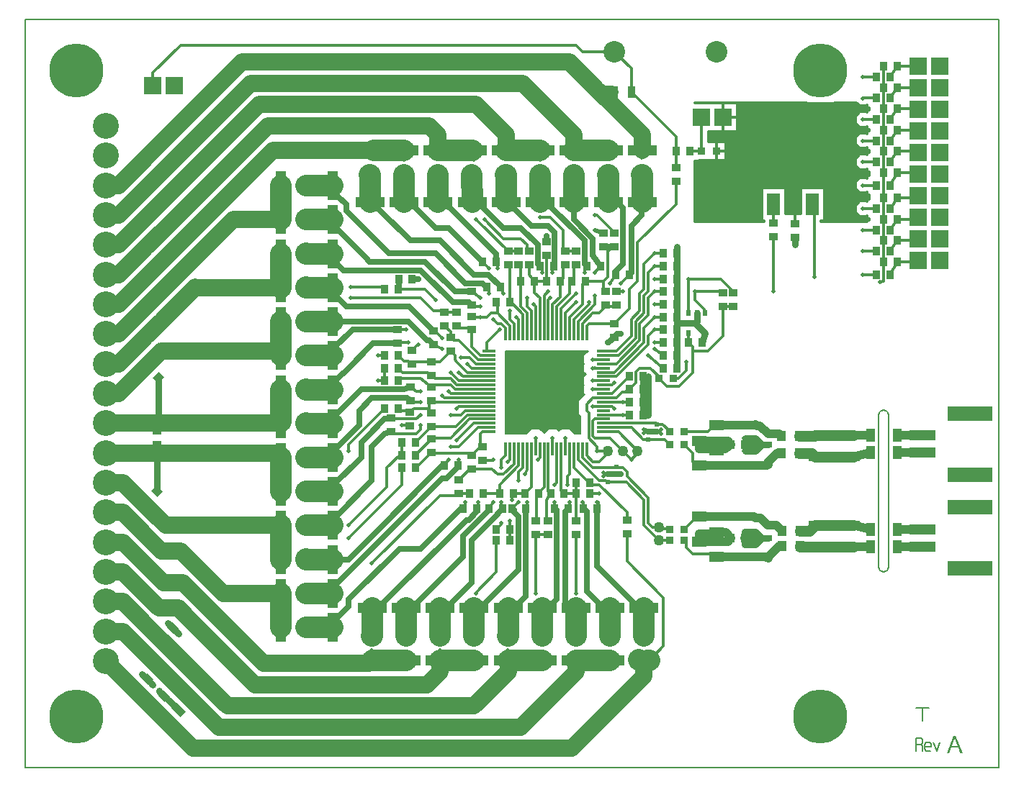
<source format=gbr>
G04 =========================================*
G04 Numerical Innovations - Layer Information*
G04 Units: English*
G04 Layer Type: Top*
G04 Layer Subtype: *
G04 Physical Order: 1*
G04 Stackup Order: 1*
G04 =========================================*
G04 FAB 3000 Version 8.5.0 (64-bit) - Gerber/CAM Software (by Simon Garrison)*
G04 RS274-X Output*
%FSLAX36Y36*%
%MIA0B0*%
%MOIN*%
%SFA1.000000B1.000000*%

%IPPOS*%
%AMPPAD033*
4,1,5,0.000707,0.026870,
0.026870,0.000707,
-0.000707,-0.026870,
-0.026870,-0.000707,
0.000707,0.026870,
0.000707,0.026870,0.0*
%
%AMPPAD034*
4,1,5,0.026870,-0.000707,
0.000707,-0.026870,
-0.026870,0.000707,
-0.000707,0.026870,
0.026870,-0.000707,
0.026870,-0.000707,0.0*
%
%AMPPAD036*
4,1,5,-0.033234,0.007071,
-0.007071,0.033234,
0.033234,-0.007071,
0.007071,-0.033234,
-0.033234,0.007071,
-0.033234,0.007071,0.0*
%
%ADD10C,0.040000*%
%ADD11C,0.100000*%
%ADD12C,0.080000*%
%ADD13C,0.012000*%
%ADD14C,0.030000*%
%ADD15C,0.025000*%
%ADD16C,0.050000*%
%ADD17C,0.020000*%
%ADD18C,0.020000*%
%ADD19C,0.015000*%
%ADD20R,0.040000X0.060000*%
%ADD21C,0.250000*%
%ADD22R,0.060000X0.040000*%
%ADD23R,0.120000X0.050000*%
%ADD24R,0.208000X0.068000*%
%ADD25C,0.120000*%
%ADD26R,0.134000X0.049000*%
%ADD27R,0.049000X0.134000*%
%ADD28R,0.037000X0.039000*%
%ADD29R,0.039000X0.037000*%
%ADD30C,0.005000*%
%ADD31R,0.035000X0.035000*%
%ADD32R,0.080000X0.080000*%
%ADD33R,0.035000X0.025000*%
%ADD34R,0.071000X0.045000*%
%ADD35R,0.024000X0.024000*%
%ADD36C,0.050000*%
%ADD37C,0.100000*%
%ADD38C,0.050000*%
%ADD39PPAD033*%
%ADD40PPAD034*%
%ADD41R,0.037000X0.057000*%
%ADD42PPAD036*%
%ADD43R,0.020000X0.025000*%
%ADD44R,0.060000X0.100000*%
%ADD45R,0.275000X0.275000*%
%ADD46C,0.008000*%
%ADD47C,0.008000*%
%ADD70C,0.008000*%
%ADD71R,0.040000X0.050000*%
%ADD72R,0.011811X0.062992*%
%ADD73R,0.062992X0.011811*%
%LNEVAL-ADBMS6830MSW_REVD_GERBER - CADCAM Top Copper_0*%
%LPD*%
G36*
X2555333Y-502408D02*
G01X2587973Y-582408D01*
X2575973D01*
X2566693Y-558248D01*
X2533173D01*
X2524453Y-582408D01*
X2513333D01*
X2543893Y-502408D01*
X2549333D01*
Y-510888D01*
Y-510968D01*
X2549253Y-511208D01*
X2549093Y-511608D01*
X2549013Y-512168D01*
X2548853Y-512888D01*
X2548693Y-513768D01*
X2548453Y-514648D01*
X2548213Y-515688D01*
X2547893Y-516808D01*
X2547573Y-518008D01*
X2547253Y-519288D01*
X2545973Y-523368D01*
X2545013Y-526168D01*
X2536213Y-549608D01*
X2563333D01*
X2555013Y-527448D01*
X2554933Y-527368D01*
X2554773Y-527048D01*
X2554613Y-526488D01*
X2554373Y-525768D01*
X2554053Y-524888D01*
X2553653Y-523928D01*
X2553333Y-522888D01*
X2552853Y-521608D01*
X2552453Y-520328D01*
X2551013Y-516248D01*
X2550133Y-513528D01*
X2549653Y-512088D01*
X2549333Y-510888D01*
Y-502408D01*
X2555333D01*
G37*
G36*
X2111073Y2414788D02*
G01X2140896D01*
X2144477Y2418369D01*
Y2406272D01*
X2155512D01*
Y2397862D01*
X2144477D01*
Y2384781D01*
X2140896Y2388362D01*
X2111073D01*
X2089985Y2367274D01*
Y2337451D01*
X2111073Y2316363D01*
X2140896D01*
X2144477Y2319944D01*
Y2306863D01*
X2155512D01*
Y2299437D01*
X2144477D01*
Y2286356D01*
X2140896Y2289937D01*
X2111073D01*
X2089985Y2268848D01*
Y2239026D01*
X2111073Y2217937D01*
X2140896D01*
X2144477Y2221519D01*
Y2208437D01*
X2155512D01*
Y2201011D01*
X2144477D01*
Y2187930D01*
X2140896Y2191511D01*
X2111073D01*
X2089985Y2170423D01*
Y2140600D01*
X2111073Y2119512D01*
X2140896D01*
X2144477Y2123093D01*
Y2110012D01*
X2155512D01*
Y2092744D01*
X2144477D01*
Y2079663D01*
X2140896Y2083244D01*
X2111073D01*
X2089985Y2062156D01*
Y2032333D01*
X2111073Y2011245D01*
X2140896D01*
X2144477Y2014826D01*
Y2001745D01*
X2155512D01*
Y1983492D01*
X2144477D01*
Y1971395D01*
X2140896Y1974976D01*
X2111073D01*
X2089985Y1953888D01*
Y1924065D01*
X2111073Y1902977D01*
X2140896D01*
X2143911Y1905993D01*
X2144477D01*
Y1892493D01*
X2155512D01*
Y1886051D01*
X2144477D01*
Y1879921D01*
X1931606D01*
Y1882662D01*
X1948598D01*
Y2034661D01*
X1836599D01*
Y1914578D01*
X1768598D01*
Y2034661D01*
X1656599D01*
Y1882662D01*
X1667099D01*
Y1879921D01*
X1348425D01*
Y2159225D01*
X1367334D01*
Y2161225D01*
X1490350D01*
Y2248224D01*
X1409952D01*
Y2296205D01*
X1543952D01*
Y2428204D01*
X1348425D01*
Y2431102D01*
X1863226D01*
X1866588Y2427741D01*
X1991680D01*
X1995042Y2431102D01*
X2094758D01*
X2111073Y2414788D01*
G37*
%LNEVAL-ADBMS6830MSW_REVD_GERBER - CADCAM Top Copper_1*%
%LPC*%
G36*
X1796598Y2228176D02*
G01Y2233147D01*
X1800113Y2236661D01*
X1805084D01*
X1808598Y2233147D01*
Y2228176D01*
X1805084Y2224661D01*
X1800113D01*
X1796598Y2228176D01*
G37*
%LNEVAL-ADBMS6830MSW_REVD_GERBER - CADCAM Top Copper_2*%
%LPD*%
G36*
X831985Y1258383D02*
G01Y1221932D01*
X833445Y1220472D01*
X831985Y1219013D01*
Y1182562D01*
X843287Y1171260D01*
X831985Y1159958D01*
Y1123507D01*
X833445Y1122047D01*
X831985Y1120587D01*
Y1084137D01*
X836273Y1079849D01*
X806457Y1050033D01*
Y987369D01*
X816300Y977526D01*
Y895669D01*
X790571D01*
X766257Y919984D01*
X729806D01*
X718504Y908682D01*
X707202Y919984D01*
X670751D01*
X649606Y898839D01*
X628461Y919984D01*
X592011D01*
X567696Y895669D01*
X472441D01*
Y1279528D01*
X853130D01*
X831985Y1258383D01*
G37*
%LNEVAL-ADBMS6830MSW_REVD_GERBER - CADCAM Top Copper_3*%
%LPC*%
G36*
X685362Y1001863D02*
G01Y1005176D01*
X687706Y1007520D01*
X691019D01*
X693362Y1005176D01*
Y1001863D01*
X691019Y999520D01*
X687706D01*
X685362Y1001863D01*
G37*
G36*
X744417D02*
G01Y1005176D01*
X746761Y1007520D01*
X750074D01*
X752417Y1005176D01*
Y1001863D01*
X750074Y999520D01*
X746761D01*
X744417Y1001863D01*
G37*
G36*
X710449Y1146792D02*
G01Y1154248D01*
X715721Y1159520D01*
X723177D01*
X728449Y1154248D01*
Y1146792D01*
X723177Y1141520D01*
X715721D01*
X710449Y1146792D01*
G37*
G36*
Y1206792D02*
G01Y1214248D01*
X715721Y1219520D01*
X723177D01*
X728449Y1214248D01*
Y1206792D01*
X723177Y1201520D01*
X715721D01*
X710449Y1206792D01*
G37*
G36*
X522449Y1057792D02*
G01Y1065248D01*
X527721Y1070520D01*
X535177D01*
X540449Y1065248D01*
Y1057792D01*
X535177Y1052520D01*
X527721D01*
X522449Y1057792D01*
G37*
G36*
X709449Y969792D02*
G01Y977248D01*
X714721Y982520D01*
X722177D01*
X727449Y977248D01*
Y969792D01*
X722177Y964520D01*
X714721D01*
X709449Y969792D01*
G37*
G36*
X767449Y1147792D02*
G01Y1155248D01*
X772721Y1160520D01*
X780177D01*
X785449Y1155248D01*
Y1147792D01*
X780177Y1142520D01*
X772721D01*
X767449Y1147792D01*
G37*
G36*
Y1206792D02*
G01Y1214248D01*
X772721Y1219520D01*
X780177D01*
X785449Y1214248D01*
Y1206792D01*
X780177Y1201520D01*
X772721D01*
X767449Y1206792D01*
G37*
G36*
X739449Y959792D02*
G01Y967248D01*
X744721Y972520D01*
X752177D01*
X757449Y967248D01*
Y959792D01*
X752177Y954520D01*
X744721D01*
X739449Y959792D01*
G37*
G36*
X767449Y969792D02*
G01Y977248D01*
X772721Y982520D01*
X780177D01*
X785449Y977248D01*
Y969792D01*
X780177Y964520D01*
X772721D01*
X767449Y969792D01*
G37*
G36*
X590449D02*
G01Y977248D01*
X595721Y982520D01*
X603177D01*
X608449Y977248D01*
Y969792D01*
X603177Y964520D01*
X595721D01*
X590449Y969792D01*
G37*
G36*
X620449Y959792D02*
G01Y967248D01*
X625721Y972520D01*
X633177D01*
X638449Y967248D01*
Y959792D01*
X633177Y954520D01*
X625721D01*
X620449Y959792D01*
G37*
G36*
X534449Y1088792D02*
G01Y1096248D01*
X539721Y1101520D01*
X547177D01*
X552449Y1096248D01*
Y1088792D01*
X547177Y1083520D01*
X539721D01*
X534449Y1088792D01*
G37*
G36*
X522449Y1118792D02*
G01Y1126248D01*
X527721Y1131520D01*
X535177D01*
X540449Y1126248D01*
Y1118792D01*
X535177Y1113520D01*
X527721D01*
X522449Y1118792D01*
G37*
G36*
X534449Y1146792D02*
G01Y1154248D01*
X539721Y1159520D01*
X547177D01*
X552449Y1154248D01*
Y1146792D01*
X547177Y1141520D01*
X539721D01*
X534449Y1146792D01*
G37*
G36*
X710449Y1027792D02*
G01Y1035248D01*
X715721Y1040520D01*
X723177D01*
X728449Y1035248D01*
Y1027792D01*
X723177Y1022520D01*
X715721D01*
X710449Y1027792D01*
G37*
G36*
X767449D02*
G01Y1035248D01*
X772721Y1040520D01*
X780177D01*
X785449Y1035248D01*
Y1027792D01*
X780177Y1022520D01*
X772721D01*
X767449Y1027792D01*
G37*
G36*
X744417Y1060918D02*
G01Y1064232D01*
X746761Y1066575D01*
X750074D01*
X752417Y1064232D01*
Y1060918D01*
X750074Y1058575D01*
X746761D01*
X744417Y1060918D01*
G37*
G36*
X767449Y1088792D02*
G01Y1096248D01*
X772721Y1101520D01*
X780177D01*
X785449Y1096248D01*
Y1088792D01*
X780177Y1083520D01*
X772721D01*
X767449Y1088792D01*
G37*
G36*
X680449Y1216792D02*
G01Y1224248D01*
X685721Y1229520D01*
X693177D01*
X698449Y1224248D01*
Y1216792D01*
X693177Y1211520D01*
X685721D01*
X680449Y1216792D01*
G37*
G36*
X650449Y1027792D02*
G01Y1035248D01*
X655721Y1040520D01*
X663177D01*
X668449Y1035248D01*
Y1027792D01*
X663177Y1022520D01*
X655721D01*
X650449Y1027792D01*
G37*
G36*
X649449Y969792D02*
G01Y977248D01*
X654721Y982520D01*
X662177D01*
X667449Y977248D01*
Y969792D01*
X662177Y964520D01*
X654721D01*
X649449Y969792D01*
G37*
G36*
X668449Y1096248D02*
G01Y1088792D01*
X663177Y1083520D01*
X655721D01*
X650449Y1088792D01*
Y1096248D01*
X655721Y1101520D01*
X663177D01*
X668449Y1096248D01*
G37*
G36*
X650449Y1146792D02*
G01Y1154248D01*
X655721Y1159520D01*
X663177D01*
X668449Y1154248D01*
Y1146792D01*
X663177Y1141520D01*
X655721D01*
X650449Y1146792D01*
G37*
G36*
Y1206792D02*
G01Y1214248D01*
X655721Y1219520D01*
X663177D01*
X668449Y1214248D01*
Y1206792D01*
X663177Y1201520D01*
X655721D01*
X650449Y1206792D01*
G37*
G36*
X626307Y1179028D02*
G01Y1182342D01*
X628650Y1184685D01*
X631964D01*
X634307Y1182342D01*
Y1179028D01*
X631964Y1176685D01*
X628650D01*
X626307Y1179028D01*
G37*
G36*
X621449Y1216792D02*
G01Y1224248D01*
X626721Y1229520D01*
X634177D01*
X639449Y1224248D01*
Y1216792D01*
X634177Y1211520D01*
X626721D01*
X621449Y1216792D01*
G37*
G36*
X626307Y1060918D02*
G01Y1064232D01*
X628650Y1066575D01*
X631964D01*
X634307Y1064232D01*
Y1060918D01*
X631964Y1058575D01*
X628650D01*
X626307Y1060918D01*
G37*
G36*
Y1119973D02*
G01Y1123287D01*
X628650Y1125630D01*
X631964D01*
X634307Y1123287D01*
Y1119973D01*
X631964Y1117630D01*
X628650D01*
X626307Y1119973D01*
G37*
G36*
X744417D02*
G01Y1123287D01*
X746761Y1125630D01*
X750074D01*
X752417Y1123287D01*
Y1119973D01*
X750074Y1117630D01*
X746761D01*
X744417Y1119973D01*
G37*
G36*
Y1179028D02*
G01Y1182342D01*
X746761Y1184685D01*
X750074D01*
X752417Y1182342D01*
Y1179028D01*
X750074Y1176685D01*
X746761D01*
X744417Y1179028D01*
G37*
G36*
X739449Y1216792D02*
G01Y1224248D01*
X744721Y1229520D01*
X752177D01*
X757449Y1224248D01*
Y1216792D01*
X752177Y1211520D01*
X744721D01*
X739449Y1216792D01*
G37*
G36*
X685362Y1060918D02*
G01Y1064232D01*
X687706Y1066575D01*
X691019D01*
X693362Y1064232D01*
Y1060918D01*
X691019Y1058575D01*
X687706D01*
X685362Y1060918D01*
G37*
G36*
X710449Y1087792D02*
G01Y1095248D01*
X715721Y1100520D01*
X723177D01*
X728449Y1095248D01*
Y1087792D01*
X723177Y1082520D01*
X715721D01*
X710449Y1087792D01*
G37*
G36*
X779449Y1176792D02*
G01Y1184248D01*
X784721Y1189520D01*
X792177D01*
X797449Y1184248D01*
Y1176792D01*
X792177Y1171520D01*
X784721D01*
X779449Y1176792D01*
G37*
G36*
X522449Y999792D02*
G01Y1007248D01*
X527721Y1012520D01*
X535177D01*
X540449Y1007248D01*
Y999792D01*
X535177Y994520D01*
X527721D01*
X522449Y999792D01*
G37*
G36*
X567252Y1001863D02*
G01Y1005176D01*
X569595Y1007520D01*
X572909D01*
X575252Y1005176D01*
Y1001863D01*
X572909Y999520D01*
X569595D01*
X567252Y1001863D01*
G37*
G36*
X626307D02*
G01Y1005176D01*
X628650Y1007520D01*
X631964D01*
X634307Y1005176D01*
Y1001863D01*
X631964Y999520D01*
X628650D01*
X626307Y1001863D01*
G37*
G36*
X567252Y1179028D02*
G01Y1182342D01*
X569595Y1184685D01*
X572909D01*
X575252Y1182342D01*
Y1179028D01*
X572909Y1176685D01*
X569595D01*
X567252Y1179028D01*
G37*
G36*
X522449Y1176792D02*
G01Y1184248D01*
X527721Y1189520D01*
X535177D01*
X540449Y1184248D01*
Y1176792D01*
X535177Y1171520D01*
X527721D01*
X522449Y1176792D01*
G37*
G36*
X534449Y1206792D02*
G01Y1214248D01*
X539721Y1219520D01*
X547177D01*
X552449Y1214248D01*
Y1206792D01*
X547177Y1201520D01*
X539721D01*
X534449Y1206792D01*
G37*
G36*
Y1027792D02*
G01Y1035248D01*
X539721Y1040520D01*
X547177D01*
X552449Y1035248D01*
Y1027792D01*
X547177Y1022520D01*
X539721D01*
X534449Y1027792D01*
G37*
G36*
X590449D02*
G01Y1035248D01*
X595721Y1040520D01*
X603177D01*
X608449Y1035248D01*
Y1027792D01*
X603177Y1022520D01*
X595721D01*
X590449Y1027792D01*
G37*
G36*
X589449Y1088792D02*
G01Y1096248D01*
X594721Y1101520D01*
X602177D01*
X607449Y1096248D01*
Y1088792D01*
X602177Y1083520D01*
X594721D01*
X589449Y1088792D01*
G37*
G36*
X591449Y1146792D02*
G01Y1154248D01*
X596721Y1159520D01*
X604177D01*
X609449Y1154248D01*
Y1146792D01*
X604177Y1141520D01*
X596721D01*
X591449Y1146792D01*
G37*
G36*
Y1206792D02*
G01Y1214248D01*
X596721Y1219520D01*
X604177D01*
X609449Y1214248D01*
Y1206792D01*
X604177Y1201520D01*
X596721D01*
X591449Y1206792D01*
G37*
G36*
X680449Y959792D02*
G01Y967248D01*
X685721Y972520D01*
X693177D01*
X698449Y967248D01*
Y959792D01*
X693177Y954520D01*
X685721D01*
X680449Y959792D01*
G37*
G36*
X779449Y999792D02*
G01Y1007248D01*
X784721Y1012520D01*
X792177D01*
X797449Y1007248D01*
Y999792D01*
X792177Y994520D01*
X784721D01*
X779449Y999792D01*
G37*
G36*
Y1057792D02*
G01Y1065248D01*
X784721Y1070520D01*
X792177D01*
X797449Y1065248D01*
Y1057792D01*
X792177Y1052520D01*
X784721D01*
X779449Y1057792D01*
G37*
G36*
Y1117792D02*
G01Y1125248D01*
X784721Y1130520D01*
X792177D01*
X797449Y1125248D01*
Y1117792D01*
X792177Y1112520D01*
X784721D01*
X779449Y1117792D01*
G37*
G36*
X562449Y1216792D02*
G01Y1224248D01*
X567721Y1229520D01*
X575177D01*
X580449Y1224248D01*
Y1216792D01*
X575177Y1211520D01*
X567721D01*
X562449Y1216792D01*
G37*
G36*
X534449Y969792D02*
G01Y977248D01*
X539721Y982520D01*
X547177D01*
X552449Y977248D01*
Y969792D01*
X547177Y964520D01*
X539721D01*
X534449Y969792D01*
G37*
G36*
X561449Y959792D02*
G01Y967248D01*
X566721Y972520D01*
X574177D01*
X579449Y967248D01*
Y959792D01*
X574177Y954520D01*
X566721D01*
X561449Y959792D01*
G37*
G36*
X567252Y1060918D02*
G01Y1064232D01*
X569595Y1066575D01*
X572909D01*
X575252Y1064232D01*
Y1060918D01*
X572909Y1058575D01*
X569595D01*
X567252Y1060918D01*
G37*
G36*
Y1119973D02*
G01Y1123287D01*
X569595Y1125630D01*
X572909D01*
X575252Y1123287D01*
Y1119973D01*
X572909Y1117630D01*
X569595D01*
X567252Y1119973D01*
G37*
G36*
X685362D02*
G01Y1123287D01*
X687706Y1125630D01*
X691019D01*
X693362Y1123287D01*
Y1119973D01*
X691019Y1117630D01*
X687706D01*
X685362Y1119973D01*
G37*
G36*
Y1179028D02*
G01Y1182342D01*
X687706Y1184685D01*
X691019D01*
X693362Y1182342D01*
Y1179028D01*
X691019Y1176685D01*
X687706D01*
X685362Y1179028D01*
G37*
%LNEVAL-ADBMS6830MSW_REVD_GERBER - CADCAM Top Copper_4*%
%LPD*%
G54D12*
X-1131890Y-403543D02*
G01X-974409Y-561024D01*
X777559D02*
G01X1112205Y-226378D01*
G54D21*
X-1515748Y-413386D03*
X1929134D03*
G54D46*
X2372047Y-572126D02*
G01Y-512126D01*
D02*
G01X2397047D01*
D02*
G01X2402047Y-522126D01*
G54D47*
X-1751969Y-649606D02*
G01X2755906D01*
G54D12*
X-974409Y-561024D02*
G01X777559D01*
G54D46*
X2402047Y-522126D02*
G01Y-532126D01*
X2397047Y-542126D02*
G01X2372047D01*
X2397047D02*
G01X2402047Y-552126D01*
D02*
G01Y-572126D01*
X2412047Y-552126D02*
G01X2442047D01*
D02*
G01Y-542126D01*
X2417047Y-572126D02*
G01X2437047D01*
X2412047Y-562126D02*
G01X2417047Y-572126D01*
X2412047Y-542126D02*
G01Y-562126D01*
X2417047Y-532126D02*
G01X2412047Y-542126D01*
X2437047Y-532126D02*
G01X2417047D01*
X2442047Y-542126D02*
G01X2437047Y-532126D01*
X2402047D02*
G01X2397047Y-542126D01*
X2467047Y-572126D02*
G01X2482047Y-532126D01*
X2452047D02*
G01X2467047Y-572126D01*
G54D13*
X1200787Y1377953D02*
G01X1161417D01*
X1131890Y1348425D02*
G01X1161417Y1377953D01*
X1112205Y1319506D02*
G01Y1387795D01*
G54D14*
X1347898Y1408693D02*
G01X1393898Y1362693D01*
X1263780Y1348425D02*
G01Y1377953D01*
D02*
G01Y1407480D01*
X1381890Y1318898D02*
G01X1393898Y1362693D01*
G54D13*
X1476378Y1348425D02*
G01Y1486221D01*
G54D18*
X1161417Y1377953D03*
G54D28*
X1200787D03*
X1263780D03*
G54D43*
X1318898Y1362693D03*
X1393898D03*
G54D11*
X631260Y2209782D02*
G01X473780D01*
G54D13*
X462598Y1801181D02*
G01X541339D01*
G54D15*
Y1850394D02*
G01X462598D01*
X590551Y1860236D02*
G01X521654Y1929134D01*
D02*
G01X473780Y1969625D01*
G54D18*
X521654Y1929134D03*
G54D26*
X473780Y2209782D03*
Y1969625D03*
G54D13*
X-246063Y1574803D02*
G01X-98425D01*
X-246063Y1525591D02*
G01X78740D01*
G54D15*
X20855Y1416153D02*
G01X-329385D01*
X78740Y1653543D02*
G01X-277740D01*
X-29528Y1314961D02*
G01X-141732D01*
D02*
G01X-265543Y1191150D01*
X-147638Y1062992D02*
G01X15748D01*
X-88583Y895669D02*
G01X-147638Y836614D01*
G54D13*
X-255906Y846457D02*
G01X-88583Y1013780D01*
G54D15*
Y964567D02*
G01X-177165Y875984D01*
Y1102362D02*
G01X0D01*
X-29528Y1377953D02*
G01X-137795D01*
D02*
G01X-236220D01*
X23622Y1486221D02*
G01X-177165D01*
X-157480Y1692913D02*
G01X98425D01*
G54D18*
X-137795Y1377953D03*
G54D13*
X531496Y580709D02*
G01X501969Y551181D01*
G54D11*
X482815Y87974D02*
G01Y-38839D01*
D02*
G01X482283Y-39370D01*
G54D13*
X554020Y619470D02*
G01X506437D01*
G54D15*
X564961Y141732D02*
G01X511735Y88506D01*
D02*
G01X482283D01*
X501969Y551181D02*
G01X511811Y541339D01*
D02*
G01Y531496D01*
D02*
G01X531496Y511811D01*
Y265748D02*
G01X354254Y88506D01*
G54D26*
X482815Y-152183D03*
Y87974D03*
G54D28*
X501969Y551181D03*
G54D13*
X531496Y748563D02*
G01X442913Y659980D01*
X472441Y797244D02*
G01X452756Y777559D01*
D02*
G01Y738189D01*
X433071Y708661D02*
G01X462599D01*
X433071Y1407480D02*
G01X452756D01*
D02*
G01X472441Y1387795D01*
X462598Y1545276D02*
G01X452756Y1574803D01*
D02*
G01X446850D01*
X492126Y1397638D02*
G01X433071Y1456693D01*
G54D15*
X391039Y1633858D02*
G01X446850Y1578047D01*
D02*
G01Y1574803D01*
G54D18*
X452756Y738189D03*
X442913Y1377953D03*
G54D28*
X446850Y1574803D03*
G54D14*
X1131890Y1102362D02*
G01Y1043307D01*
D02*
G01Y984252D01*
G54D10*
X1738205Y375984D02*
G01X1687024Y324803D01*
D02*
G01X1683106D01*
G54D14*
X1687024Y413386D02*
G01X1657496D01*
G54D10*
X1649626Y505886D02*
G01X1683071Y472441D01*
D02*
G01X1724425D01*
X1669524Y324803D02*
G01X1687024Y320886D01*
G54D33*
Y413386D03*
Y320886D03*
G54D10*
X1368110Y826772D02*
G01X1407480D01*
D02*
G01X1446850Y820866D01*
X1368110Y748032D02*
G01X1682441D01*
X1500000Y862205D02*
G01X1368110D01*
G54D13*
X1298315Y905512D02*
G01X1407480D01*
D02*
G01X1437008Y935039D01*
G54D34*
X1446850Y820866D03*
Y935039D03*
G54D13*
X2220473Y2598425D02*
G01Y2503937D01*
X1053150Y2480315D02*
G01Y2588583D01*
G54D12*
X767717Y2618110D02*
G01X895669Y2490158D01*
G54D13*
X2251969Y2549213D02*
G01X2283465Y2598425D01*
X-1033465Y2696850D02*
G01X-1161417Y2568898D01*
D02*
G01Y2509843D01*
G54D21*
X-1515748Y2578740D03*
X1929134D03*
G54D32*
X2381890Y2598425D03*
X2481890D03*
G54D13*
X2283465D02*
G01X2387296D01*
D02*
G01X2389216Y2600345D01*
D02*
G01X2381890Y2598425D01*
X1053150Y2588583D02*
G01X974409Y2667323D01*
G54D12*
X-748032Y2618110D02*
G01X767717D01*
G54D13*
X974409Y2667323D02*
G01X826772D01*
D02*
G01X797244Y2696850D01*
D02*
G01X-1033465D01*
G54D28*
X2283465Y2598425D03*
X2220473D03*
G54D47*
X2755906Y2814961D02*
G01X-1751969D01*
G54D37*
X974409Y2667323D03*
X1446850D03*
G54D14*
X1356898Y1456693D02*
G01Y1417693D01*
D02*
G01X1347898Y1408693D01*
G54D13*
X1348425Y1514591D02*
G01X1390346Y1472669D01*
X1470472Y1555118D02*
G01X1348425D01*
X1466535Y1614173D02*
G01X1318898D01*
G54D43*
X1356898Y1456693D03*
G54D13*
X1390346Y1472669D02*
G01X1393898Y1456693D01*
X1476378Y1486221D02*
G01X1525591D01*
X1476378Y1549213D02*
G01X1470472Y1555118D01*
X1525591Y1549213D02*
G01Y1555118D01*
D02*
G01X1466535Y1614173D01*
G54D18*
X1712598Y1555118D03*
G54D43*
X1393898Y1456693D03*
G54D29*
X1476378Y1549213D03*
Y1486221D03*
X1525591Y1549213D03*
Y1486221D03*
G54D13*
X2220473Y2500000D02*
G01Y2410963D01*
G54D12*
X334646Y2421260D02*
G01X-669291D01*
X895669Y2490158D02*
G01X939961Y2445866D01*
G54D13*
X2126969Y2451772D02*
G01X2125984Y2450787D01*
G54D18*
D03*
G54D28*
X2188976Y2451772D03*
X2251969D03*
G54D13*
X2220473Y1988189D02*
G01Y1889764D01*
X1712598Y1874016D02*
G01Y1958661D01*
G54D15*
X787402Y1889764D02*
G01Y1929134D01*
X1053150Y1860236D02*
G01X1102362Y1909449D01*
D02*
G01Y1929134D01*
G54D18*
X885827Y1909449D03*
G54D13*
X2089985Y1924065D02*
G01X2111073Y1902977D01*
X1836599Y1914578D02*
G01X1768598D01*
X1811024D02*
G01Y1870079D01*
G54D44*
X1892598Y1958661D03*
X1712598D03*
G54D32*
X2481890Y1898425D03*
X2381890D03*
G54D13*
X-25591Y1200787D02*
G01X-5906Y1181102D01*
X-88583Y1200787D02*
G01Y1142949D01*
X295276Y1181102D02*
G01X246063Y1230315D01*
G54D28*
X-25591Y1200787D03*
X-88583D03*
G54D13*
X1112736Y-152183D02*
G01X1127345D01*
G54D14*
X1112736D02*
G01X1127345Y-152182D01*
D02*
G01X1136434D01*
G54D11*
X1112736Y87974D02*
G01Y-38839D01*
D02*
G01X1112205Y-39370D01*
G54D14*
X1112736Y-152183D02*
G01X1097817D01*
G54D13*
X1200787Y137795D02*
G01X1033465Y305118D01*
G54D15*
X1088659Y88506D02*
G01X1112205D01*
D02*
G01X1112736Y87974D01*
G54D13*
X1112205Y590551D02*
G01Y472441D01*
D02*
G01X1181102Y403543D01*
G54D26*
X1112736Y-152183D03*
Y87974D03*
G54D15*
X290354Y497047D02*
G01X-118187Y88506D01*
G54D12*
X-1200787Y157480D02*
G01X-1299213Y255906D01*
D02*
G01X-1377953D01*
X-1112205Y206693D02*
G01X-1131890Y226378D01*
D02*
G01X-1200787Y295276D01*
X-1033465Y354331D02*
G01X-835445Y156311D01*
X-1023622Y206693D02*
G01X-1112205D01*
G54D15*
X314961D02*
G01Y403543D01*
G54D13*
X330709Y157480D02*
G01X429134Y255906D01*
G54D15*
X275591Y324803D02*
G01X39370Y88583D01*
X-255906Y127953D02*
G01X-19685Y364173D01*
G54D25*
X-1377953Y255906D03*
G54D40*
X-1141732Y216535D03*
G54D13*
X305118Y964567D02*
G01X216535Y875984D01*
X324803Y944882D02*
G01X246063Y866142D01*
X344488Y925197D02*
G01X255906Y836614D01*
X128484Y930494D02*
G01X54289Y856299D01*
G54D15*
X-59055Y905512D02*
G01X-88583Y895669D01*
G54D13*
X78740Y935039D02*
G01Y915354D01*
D02*
G01X59055Y895669D01*
G54D29*
X-59055Y905512D03*
X128484Y930494D03*
G54D15*
X147638Y1732283D02*
G01X-68898D01*
G54D13*
X78740Y1525591D02*
G01X137795Y1466535D01*
X98425Y1564961D02*
G01X147638Y1515748D01*
G54D15*
X137795Y1309055D02*
G01X118110Y1328740D01*
D02*
G01X108268D01*
D02*
G01X20855Y1416153D01*
X226378Y1505906D02*
G01X78740Y1653543D01*
G54D13*
X128484Y1229707D02*
G01X42602D01*
G54D15*
X137795Y1372047D02*
G01X23622Y1486221D01*
X98425Y1692913D02*
G01X236220Y1555118D01*
G54D29*
X128484Y1229707D03*
G54D13*
X708661Y1486221D02*
G01X767717Y1545276D01*
X748032Y1679134D02*
G01X738189Y1669291D01*
D02*
G01Y1617502D01*
D02*
G01X728346Y1603722D01*
D02*
G01X722972D01*
X797244Y1545276D02*
G01X728346Y1476378D01*
X738189Y1742126D02*
G01X747500Y1742734D01*
G54D28*
X722972Y1603722D03*
G54D29*
X748032Y1679134D03*
Y1742126D03*
G54D13*
X856299Y994094D02*
G01X846457Y1003937D01*
D02*
G01Y1033465D01*
G54D18*
X974409Y1013780D03*
G54D70*
X806457Y1050033D02*
G01Y987369D01*
X797449Y1007248D02*
G01Y999792D01*
G54D73*
X925197Y1003937D03*
G54D13*
X1090728Y1200787D02*
G01X1073770Y1183830D01*
G54D18*
X875984Y1200787D03*
G54D70*
X831985Y1219013D02*
G01Y1182562D01*
G54D13*
X128484Y931102D02*
G01X242126D01*
X216535Y1151575D02*
G01X143624D01*
X393701Y1043307D02*
G01X134390D01*
X216535Y1122047D02*
G01X128484D01*
X570866Y1358268D02*
G01Y1456693D01*
X551181Y1358268D02*
G01Y1450946D01*
X472441Y1387795D02*
G01Y1358268D01*
X511811D02*
G01Y1407480D01*
X531496Y1358268D02*
G01Y1427165D01*
X610236Y1486221D02*
G01Y1358268D01*
X590551D02*
G01Y1466535D01*
X492126Y1358268D02*
G01Y1397638D01*
G54D72*
X472441Y1358268D03*
X492126D03*
X511811D03*
X531496D03*
X551181D03*
X570866D03*
X590551D03*
X610236D03*
G54D13*
X629921D02*
G01Y1525591D01*
G54D72*
Y1358268D03*
G54D13*
X255906Y1328740D02*
G01X344489Y1240158D01*
X265748Y1250000D02*
G01X305118D01*
X256302Y1387398D02*
G01X295461D01*
G54D15*
X364173Y1594488D02*
G01X285433D01*
D02*
G01X147638Y1732283D01*
X301181Y1505906D02*
G01X226378D01*
X236220Y1555118D02*
G01X314961D01*
G54D28*
X506437Y619470D03*
G54D11*
X-569543Y1416153D02*
G01Y1258673D01*
X-329385D02*
G01X-451586D01*
D02*
G01X-452756Y1259843D01*
G54D12*
X-1190945Y1210630D02*
G01X-1318898Y1082677D01*
X-569543Y1258673D02*
G01X-590397Y1279528D01*
D02*
G01X-1122047D01*
D02*
G01X-1190945Y1210630D01*
Y1348425D02*
G01X-1318898Y1220472D01*
D02*
G01X-1377953D01*
G54D15*
X-329385Y1289370D02*
G01Y1258673D01*
G54D25*
X-1377953Y1220472D03*
G54D27*
X-569543Y1258673D03*
X-329385D03*
G54D11*
Y471271D02*
G01X-451586D01*
X-329385Y313791D02*
G01X-451586D01*
G54D27*
X-329385Y471271D03*
Y313791D03*
G54D11*
Y156311D02*
G01X-451586D01*
D02*
G01X-452756Y157480D01*
X-329385Y-1170D02*
G01X-451586D01*
D02*
G01X-452756Y0D01*
G54D13*
X610236Y157480D02*
G01Y429134D01*
X797244Y157480D02*
G01Y429134D01*
G54D15*
X564961Y551181D02*
G01Y141732D01*
X895669Y281496D02*
G01X1088659Y88506D01*
X748032Y537402D02*
G01Y118110D01*
X846457Y364173D02*
G01Y167323D01*
X708661Y364173D02*
G01Y127953D01*
G54D11*
X-329385Y2046074D02*
G01X-451586D01*
D02*
G01X-452756Y2047244D01*
X-329385Y1888594D02*
G01X-451586D01*
D02*
G01X-452756Y1889764D01*
G54D12*
X-156142Y2209782D02*
G01X-605178D01*
G54D10*
X2080724Y789951D02*
G01X2159911Y808089D01*
X2401575Y809636D02*
G01X2285458D01*
D02*
G01X2283911Y808089D01*
G54D16*
X1903559Y789951D02*
G01X2080724D01*
X1903559D02*
G01X1886424Y807087D01*
D02*
G01X1831421D01*
G54D20*
X2159911Y808089D03*
X2283911D03*
G54D71*
X1831421Y807087D03*
G54D24*
X2622047Y707274D03*
G54D23*
X2401575Y809636D03*
G54D22*
X2080724Y789951D03*
X1903559D03*
G54D10*
X2080724Y472441D02*
G01X2159465Y452756D01*
X2401575D02*
G01X2283465D01*
X1724425Y472441D02*
G01X1750016Y446850D01*
G54D16*
X1903559Y472441D02*
G01X2080724D01*
X1903559D02*
G01X1877969Y446850D01*
D02*
G01X1834016D01*
G54D71*
X1750016D03*
X1834016D03*
G54D20*
X2159465Y452756D03*
X2283465D03*
G54D24*
X2622047Y555118D03*
G54D23*
X2401575Y452756D03*
G54D22*
X2080724Y472441D03*
X1903559D03*
G54D70*
X685362Y1001863D02*
G01Y1005176D01*
X693362D02*
G01Y1001863D01*
D02*
G01X691019Y999520D01*
D02*
G01X687706D01*
D02*
G01X685362Y1001863D01*
X744417D02*
G01Y1005176D01*
X752417D02*
G01Y1001863D01*
D02*
G01X750074Y999520D01*
D02*
G01X746761D01*
D02*
G01X744417Y1001863D01*
G54D38*
X748417Y1003520D03*
X689362D03*
G54D70*
X784721Y994520D02*
G01X779449Y999792D01*
D02*
G01Y1007248D01*
G54D13*
X787402Y826772D02*
G01Y738189D01*
D02*
G01X856299Y669291D01*
G54D70*
X816300Y895669D02*
G01X790571D01*
G54D28*
X797244Y669291D03*
G54D72*
X787402Y826772D03*
G54D70*
X790571Y895669D02*
G01X766257Y919984D01*
G54D38*
X689362Y1121630D03*
X748417D03*
G54D70*
X784721Y1112520D02*
G01X779449Y1117792D01*
G54D19*
X719449Y1150520D03*
Y1210520D03*
G54D70*
X715721Y1159520D02*
G01X723177D01*
D02*
G01X728449Y1154248D01*
D02*
G01Y1146792D01*
D02*
G01X723177Y1141520D01*
D02*
G01X715721D01*
Y1219520D02*
G01X723177D01*
D02*
G01X728449Y1214248D01*
D02*
G01Y1206792D01*
D02*
G01X723177Y1201520D01*
D02*
G01X715721D01*
G54D38*
X748417Y1180685D03*
G54D70*
X535177Y1070520D02*
G01X540449Y1065248D01*
X527721Y1070520D02*
G01X535177D01*
X522449Y1065248D02*
G01X527721Y1070520D01*
X649606Y898839D02*
G01X628461Y919984D01*
X592011D02*
G01X567696Y895669D01*
D02*
G01X472441D01*
X574177Y972520D02*
G01X579449Y967248D01*
D02*
G01Y959792D01*
D02*
G01X574177Y954520D01*
G54D19*
X718449Y973520D03*
G54D70*
X729806Y919984D02*
G01X718504Y908682D01*
D02*
G01X707202Y919984D01*
X709449Y977248D02*
G01X714721Y982520D01*
D02*
G01X722177D01*
D02*
G01X727449Y977248D01*
Y969792D02*
G01X722177Y964520D01*
D02*
G01X714721D01*
D02*
G01X709449Y969792D01*
G54D19*
X776449Y1151520D03*
G54D70*
X767449Y1147792D02*
G01Y1155248D01*
D02*
G01X772721Y1160520D01*
D02*
G01X780177D01*
D02*
G01X785449Y1155248D01*
X779449Y1117792D02*
G01Y1125248D01*
D02*
G01X784721Y1130520D01*
X772721Y1142520D02*
G01X767449Y1147792D01*
X780177Y1142520D02*
G01X772721D01*
X785449Y1147792D02*
G01X780177Y1142520D01*
X785449Y1155248D02*
G01Y1147792D01*
X784721Y1171520D02*
G01X779449Y1176792D01*
G54D19*
X776449Y1210520D03*
G54D70*
X785449Y1214248D02*
G01Y1206792D01*
D02*
G01X780177Y1201520D01*
D02*
G01X772721D01*
D02*
G01X767449Y1206792D01*
X779449Y1176792D02*
G01Y1184248D01*
D02*
G01X784721Y1189520D01*
X780177Y1219520D02*
G01X785449Y1214248D01*
X772721Y1219520D02*
G01X780177D01*
X767449Y1214248D02*
G01X772721Y1219520D01*
X767449Y1206792D02*
G01Y1214248D01*
X779449Y1057792D02*
G01Y1065248D01*
X784721Y1052520D02*
G01X779449Y1057792D01*
G54D38*
X748417Y1062575D03*
X689362D03*
G54D13*
X748032Y826772D02*
G01Y875984D01*
X767717Y826772D02*
G01Y708661D01*
D02*
G01X757874Y698819D01*
D02*
G01Y659449D01*
G54D18*
X748032Y875984D03*
X757874Y659449D03*
G54D72*
X767717Y826772D03*
X748032D03*
X728346D03*
G54D19*
X748449Y963520D03*
G54D70*
X739449Y959792D02*
G01Y967248D01*
D02*
G01X744721Y972520D01*
D02*
G01X752177D01*
X744721Y954520D02*
G01X739449Y959792D01*
X752177Y954520D02*
G01X744721D01*
X727449Y977248D02*
G01Y969792D01*
X766257Y919984D02*
G01X729806D01*
X752177Y972520D02*
G01X757449Y967248D01*
D02*
G01Y959792D01*
D02*
G01X752177Y954520D01*
G54D19*
X776449Y973520D03*
G54D70*
X772721Y982520D02*
G01X780177D01*
D02*
G01X785449Y977248D01*
D02*
G01Y969792D01*
D02*
G01X780177Y964520D01*
D02*
G01X772721D01*
D02*
G01X767449Y969792D01*
Y977248D02*
G01X772721Y982520D01*
X767449Y969792D02*
G01Y977248D01*
G54D19*
X599449Y973520D03*
G54D70*
X590449Y969792D02*
G01Y977248D01*
D02*
G01X595721Y982520D01*
Y964520D02*
G01X590449Y969792D01*
X603177Y964520D02*
G01X595721D01*
X608449Y969792D02*
G01X603177Y964520D01*
X608449Y977248D02*
G01Y969792D01*
X603177Y982520D02*
G01X608449Y977248D01*
X595721Y982520D02*
G01X603177D01*
G54D19*
X629449Y963520D03*
G54D70*
X628461Y919984D02*
G01X592011D01*
X620449Y959792D02*
G01Y967248D01*
D02*
G01X625721Y972520D01*
D02*
G01X633177D01*
Y954520D02*
G01X625721D01*
D02*
G01X620449Y959792D01*
X633177Y972520D02*
G01X638449Y967248D01*
D02*
G01Y959792D01*
D02*
G01X633177Y954520D01*
X654721Y964520D02*
G01X649449Y969792D01*
Y977248D02*
G01X654721Y982520D01*
X649449Y969792D02*
G01Y977248D01*
G54D19*
X543449Y1092520D03*
G54D70*
X534449Y1088792D02*
G01Y1096248D01*
D02*
G01X539721Y1101520D01*
D02*
G01X547177D01*
D02*
G01X552449Y1096248D01*
D02*
G01Y1088792D01*
D02*
G01X547177Y1083520D01*
D02*
G01X539721D01*
X535177Y1113520D02*
G01X527721D01*
X539721Y1083520D02*
G01X534449Y1088792D01*
G54D19*
X531449Y1122520D03*
G54D70*
X522449Y1118792D02*
G01Y1126248D01*
X540449D02*
G01Y1118792D01*
D02*
G01X535177Y1113520D01*
X527721D02*
G01X522449Y1118792D01*
G54D19*
X543449Y1150520D03*
G54D70*
X522449Y1126248D02*
G01X527721Y1131520D01*
D02*
G01X535177D01*
D02*
G01X540449Y1126248D01*
X539721Y1141520D02*
G01X534449Y1146792D01*
X547177Y1141520D02*
G01X539721D01*
X552449Y1146792D02*
G01X547177Y1141520D01*
X552449Y1154248D02*
G01Y1146792D01*
X547177Y1159520D02*
G01X552449Y1154248D01*
X539721Y1159520D02*
G01X547177D01*
X534449Y1154248D02*
G01X539721Y1159520D01*
X534449Y1146792D02*
G01Y1154248D01*
G54D38*
X630307Y1121630D03*
G54D70*
X569595Y1125630D02*
G01X572909D01*
D02*
G01X575252Y1123287D01*
D02*
G01Y1119973D01*
G54D19*
X719449Y1031520D03*
G54D70*
X685362Y1005176D02*
G01X687706Y1007520D01*
D02*
G01X691019D01*
D02*
G01X693362Y1005176D01*
X710449Y1027792D02*
G01Y1035248D01*
X668449D02*
G01Y1027792D01*
X715721Y1022520D02*
G01X710449Y1027792D01*
Y1035248D02*
G01X715721Y1040520D01*
X723177Y1022520D02*
G01X715721D01*
X728449Y1027792D02*
G01X723177Y1022520D01*
X728449Y1035248D02*
G01Y1027792D01*
X723177Y1040520D02*
G01X728449Y1035248D01*
X715721Y1040520D02*
G01X723177D01*
G54D19*
X776449Y1031520D03*
G54D70*
X744417Y1005176D02*
G01X746761Y1007520D01*
D02*
G01X750074D01*
D02*
G01X752417Y1005176D01*
X785449Y1027792D02*
G01X780177Y1022520D01*
D02*
G01X772721D01*
D02*
G01X767449Y1027792D01*
X779449Y1007248D02*
G01X784721Y1012520D01*
X785449Y1035248D02*
G01Y1027792D01*
X780177Y1040520D02*
G01X785449Y1035248D01*
X772721Y1040520D02*
G01X780177D01*
X767449Y1035248D02*
G01X772721Y1040520D01*
X767449Y1027792D02*
G01Y1035248D01*
X744417Y1060918D02*
G01Y1064232D01*
D02*
G01X746761Y1066575D01*
D02*
G01X750074D01*
D02*
G01X752417Y1064232D01*
Y1060918D02*
G01X750074Y1058575D01*
D02*
G01X746761D01*
D02*
G01X744417Y1060918D01*
G54D19*
X776449Y1092520D03*
G54D70*
X752417Y1064232D02*
G01Y1060918D01*
X767449Y1088792D02*
G01Y1096248D01*
D02*
G01X772721Y1101520D01*
D02*
G01X780177D01*
D02*
G01X785449Y1096248D01*
D02*
G01Y1088792D01*
D02*
G01X780177Y1083520D01*
D02*
G01X772721D01*
D02*
G01X767449Y1088792D01*
X779449Y1065248D02*
G01X784721Y1070520D01*
X685362Y1179028D02*
G01Y1182342D01*
D02*
G01X687706Y1184685D01*
D02*
G01X691019D01*
D02*
G01X693362Y1182342D01*
D02*
G01Y1179028D01*
G54D38*
X689362Y1180685D03*
G54D19*
X689449Y1220520D03*
G54D70*
X693177Y1211520D02*
G01X685721D01*
D02*
G01X680449Y1216792D01*
X698449D02*
G01X693177Y1211520D01*
X698449Y1224248D02*
G01Y1216792D01*
X693177Y1229520D02*
G01X698449Y1224248D01*
X685721Y1229520D02*
G01X693177D01*
X680449Y1224248D02*
G01X685721Y1229520D01*
X680449Y1216792D02*
G01Y1224248D01*
X715721Y1201520D02*
G01X710449Y1206792D01*
Y1214248D02*
G01X715721Y1219520D01*
X710449Y1206792D02*
G01Y1214248D01*
X668449D02*
G01Y1206792D01*
G54D19*
X659449Y1031520D03*
X658449Y973520D03*
G54D70*
X670751Y919984D02*
G01X649606Y898839D01*
X663177Y1083520D02*
G01X655721D01*
X662177Y964520D02*
G01X654721D01*
X667449Y969792D02*
G01X662177Y964520D01*
Y982520D02*
G01X667449Y977248D01*
X654721Y982520D02*
G01X662177D01*
X663177Y1022520D02*
G01X655721D01*
X668449Y1027792D02*
G01X663177Y1022520D01*
Y1040520D02*
G01X668449Y1035248D01*
X655721Y1040520D02*
G01X663177D01*
G54D13*
X659449Y1092520D02*
G01X630307Y1121630D01*
G54D19*
X659449Y1092520D03*
G54D70*
X668449Y1088792D02*
G01X663177Y1083520D01*
G54D30*
X659449Y1092520D03*
G54D19*
Y1150520D03*
Y1210520D03*
G54D70*
X655721Y1101520D02*
G01X663177D01*
D02*
G01X668449Y1096248D01*
X663177Y1201520D02*
G01X655721D01*
X668449Y1206792D02*
G01X663177Y1201520D01*
Y1219520D02*
G01X668449Y1214248D01*
X655721Y1219520D02*
G01X663177D01*
Y1141520D02*
G01X655721D01*
X668449Y1146792D02*
G01X663177Y1141520D01*
Y1159520D02*
G01X668449Y1154248D01*
X655721Y1159520D02*
G01X663177D01*
X634307Y1179028D02*
G01X631964Y1176685D01*
D02*
G01X628650D01*
D02*
G01X626307Y1179028D01*
X609449Y1154248D02*
G01Y1146792D01*
X655721Y1141520D02*
G01X650449Y1146792D01*
Y1154248D02*
G01X655721Y1159520D01*
X650449Y1146792D02*
G01Y1154248D01*
X626307Y1179028D02*
G01Y1182342D01*
D02*
G01X628650Y1184685D01*
D02*
G01X631964D01*
D02*
G01X634307Y1182342D01*
D02*
G01Y1179028D01*
G54D38*
X630307Y1180685D03*
G54D19*
X630449Y1220520D03*
G54D70*
X650449Y1206792D02*
G01Y1214248D01*
D02*
G01X655721Y1219520D01*
Y1201520D02*
G01X650449Y1206792D01*
X609449Y1214248D02*
G01Y1206792D01*
X626721Y1211520D02*
G01X621449Y1216792D01*
X634177Y1211520D02*
G01X626721D01*
X639449Y1216792D02*
G01X634177Y1211520D01*
X639449Y1224248D02*
G01Y1216792D01*
X634177Y1229520D02*
G01X639449Y1224248D01*
X626721Y1229520D02*
G01X634177D01*
X621449Y1224248D02*
G01X626721Y1229520D01*
X621449Y1216792D02*
G01Y1224248D01*
X608449Y1035248D02*
G01Y1027792D01*
X655721Y1022520D02*
G01X650449Y1027792D01*
Y1035248D02*
G01X655721Y1040520D01*
X650449Y1027792D02*
G01Y1035248D01*
X631964Y1007520D02*
G01X634307Y1005176D01*
X628650Y1007520D02*
G01X631964D01*
X626307Y1005176D02*
G01X628650Y1007520D01*
G54D38*
X630307Y1062575D03*
G54D70*
X626307Y1060918D02*
G01Y1064232D01*
D02*
G01X628650Y1066575D01*
D02*
G01X631964D01*
D02*
G01X634307Y1064232D01*
D02*
G01Y1060918D01*
D02*
G01X631964Y1058575D01*
D02*
G01X628650D01*
D02*
G01X626307Y1060918D01*
X655721Y1083520D02*
G01X650449Y1088792D01*
D02*
G01Y1096248D01*
X607449D02*
G01Y1088792D01*
X650449Y1096248D02*
G01X655721Y1101520D01*
X628650Y1117630D02*
G01X626307Y1119973D01*
X631964Y1117630D02*
G01X628650D01*
X634307Y1119973D02*
G01X631964Y1117630D01*
X634307Y1123287D02*
G01Y1119973D01*
X631964Y1125630D02*
G01X634307Y1123287D01*
X628650Y1125630D02*
G01X631964D01*
X626307Y1123287D02*
G01X628650Y1125630D01*
X626307Y1119973D02*
G01Y1123287D01*
X746761Y1117630D02*
G01X744417Y1119973D01*
X750074Y1117630D02*
G01X746761D01*
X752417Y1119973D02*
G01X750074Y1117630D01*
X752417Y1123287D02*
G01Y1119973D01*
X750074Y1125630D02*
G01X752417Y1123287D01*
X746761Y1125630D02*
G01X750074D01*
X744417Y1123287D02*
G01X746761Y1125630D01*
X744417Y1119973D02*
G01Y1123287D01*
X752417Y1179028D02*
G01X750074Y1176685D01*
D02*
G01X746761D01*
D02*
G01X744417Y1179028D01*
G54D19*
X748449Y1220520D03*
G54D70*
X744417Y1179028D02*
G01Y1182342D01*
D02*
G01X746761Y1184685D01*
D02*
G01X750074D01*
D02*
G01X752417Y1182342D01*
D02*
G01Y1179028D01*
X744721Y1211520D02*
G01X739449Y1216792D01*
X752177Y1211520D02*
G01X744721D01*
X757449Y1216792D02*
G01X752177Y1211520D01*
X757449Y1224248D02*
G01Y1216792D01*
X752177Y1229520D02*
G01X757449Y1224248D01*
X744721Y1229520D02*
G01X752177D01*
X739449Y1224248D02*
G01X744721Y1229520D01*
X739449Y1216792D02*
G01Y1224248D01*
X687706Y1058575D02*
G01X685362Y1060918D01*
X691019Y1058575D02*
G01X687706D01*
X693362Y1060918D02*
G01X691019Y1058575D01*
X693362Y1064232D02*
G01Y1060918D01*
X691019Y1066575D02*
G01X693362Y1064232D01*
X687706Y1066575D02*
G01X691019D01*
X685362Y1064232D02*
G01X687706Y1066575D01*
X685362Y1060918D02*
G01Y1064232D01*
X668449Y1096248D02*
G01Y1088792D01*
G54D19*
X719449Y1091520D03*
G54D70*
X710449Y1087792D02*
G01Y1095248D01*
D02*
G01X715721Y1100520D01*
D02*
G01X723177D01*
D02*
G01X728449Y1095248D01*
D02*
G01Y1087792D01*
D02*
G01X723177Y1082520D01*
D02*
G01X715721D01*
D02*
G01X710449Y1087792D01*
G54D19*
X788449Y1180520D03*
G54D70*
X792177Y1189520D02*
G01X797449Y1184248D01*
Y1176792D02*
G01X792177Y1171520D01*
D02*
G01X784721D01*
Y1189520D02*
G01X792177D01*
X472441Y1279528D02*
G01X853130D01*
G54D19*
X531449Y1003520D03*
G54D70*
X527721Y994520D02*
G01X522449Y999792D01*
X540449D02*
G01X535177Y994520D01*
X540449Y1007248D02*
G01Y999792D01*
X522449D02*
G01Y1007248D01*
X472441Y895669D02*
G01Y1279528D01*
G54D38*
X571252Y1003520D03*
X630307D03*
G54D70*
X628650Y999520D02*
G01X626307Y1001863D01*
X631964Y999520D02*
G01X628650D01*
X634307Y1001863D02*
G01X631964Y999520D01*
X634307Y1005176D02*
G01Y1001863D01*
X626307D02*
G01Y1005176D01*
X569595Y999520D02*
G01X567252Y1001863D01*
X572909Y999520D02*
G01X569595D01*
X575252Y1001863D02*
G01X572909Y999520D01*
X575252Y1005176D02*
G01Y1001863D01*
X567252D02*
G01Y1005176D01*
G54D13*
X826772Y826772D02*
G01Y787402D01*
X807087Y826772D02*
G01Y777559D01*
X994094Y905512D02*
G01X1082677Y816929D01*
X954724Y875984D02*
G01X1013780Y816929D01*
X846457Y797244D02*
G01Y826772D01*
X895669Y816929D02*
G01Y836614D01*
G54D18*
Y816929D03*
G54D36*
X944882D03*
X1013780D03*
G54D72*
X846457Y826772D03*
X826772D03*
X807087D03*
G54D13*
X963959Y1082677D02*
G01X1043307Y1162026D01*
X1024807Y1088790D02*
G01X1043307Y1102362D01*
X875984D02*
G01X885578Y1102722D01*
D02*
G01X885046D01*
D02*
G01X885295Y1102971D01*
D02*
G01X885904Y1102362D01*
D02*
G01X925197D01*
X1073770Y1132825D02*
G01X1043307Y1102362D01*
G54D18*
X875984D03*
G54D70*
X831985Y1120587D02*
G01Y1084137D01*
G54D73*
X925197Y1102362D03*
G54D28*
X1043307D03*
G54D13*
X1409952Y2296205D02*
G01X1543952D01*
X1808598Y2233147D02*
G01Y2228176D01*
D02*
G01X1805084Y2224661D01*
D02*
G01X1800113D01*
D02*
G01X1796598Y2228176D01*
X1805084Y2236661D02*
G01X1808598Y2233147D01*
X1800113Y2236661D02*
G01X1805084D01*
X1796598Y2233147D02*
G01X1800113Y2236661D01*
X1796598Y2228176D02*
G01Y2233147D01*
X1543952Y2428204D02*
G01X1348425D01*
G54D32*
X1477953Y2362205D03*
X1377953D03*
G54D13*
X1477953Y2428204D02*
G01Y2362205D01*
X1543952D02*
G01X1477953D01*
X1863226Y2431102D02*
G01X1866588Y2427741D01*
X1348425Y2431102D02*
G01X1863226D01*
X1348425Y2428204D02*
G01Y2431102D01*
X1866588Y2427741D02*
G01X1991680D01*
X2188976Y1840551D02*
G01X2125984D01*
G54D15*
X659449Y1814528D02*
G01X659458Y1814537D01*
G54D13*
X974343Y1830708D02*
G01X974409Y1824803D01*
G54D18*
X659458Y1814537D03*
G54D29*
X1712598Y1811024D03*
X925197Y1824803D03*
X1811024Y1807087D03*
X974409Y1824803D03*
G54D13*
X2283465Y1889764D02*
G01X2251969Y1840551D01*
X679134Y1899606D02*
G01X738189Y1840551D01*
G54D17*
X925197Y1824803D02*
G01X885827Y1840551D01*
G54D15*
X875984Y1801181D02*
G01X787402Y1889764D01*
X698819Y1830709D02*
G01X669291Y1860236D01*
D02*
G01X590551D01*
G54D13*
X895669Y1909449D02*
G01X974343Y1830708D01*
G54D18*
X2125984Y1840551D03*
X885827D03*
G54D28*
X2251969D03*
X2188976D03*
G54D13*
X629921Y1899606D02*
G01X679134D01*
X885827Y1909449D02*
G01X895669D01*
G54D18*
X629921Y1899606D03*
G54D13*
X1656599Y1882662D02*
G01X1667099D01*
D02*
G01Y1879921D01*
D02*
G01X1348425D01*
G54D29*
X1712598Y1874016D03*
X1811024Y1870079D03*
G54D13*
X2283465Y1889764D02*
G01X2373228D01*
D02*
G01X2381890Y1898425D01*
X2111073Y1902977D02*
G01X2140896D01*
X2144477Y1886051D02*
G01Y1879921D01*
D02*
G01X1931606D01*
D02*
G01Y1882662D01*
D02*
G01X1948598D01*
G54D28*
X2283465Y1889764D03*
X2220473D03*
G54D13*
X2155512Y1886051D02*
G01X2144477D01*
X2155512Y1892493D02*
G01Y1886051D01*
X2144477Y1892493D02*
G01X2155512D01*
X2144477Y1905993D02*
G01Y1892493D01*
X2143911Y1905993D02*
G01X2144477D01*
X2140896Y1902977D02*
G01X2143911Y1905993D01*
G54D15*
X1013780Y1941518D02*
G01X986937Y1968360D01*
D02*
G01X946220Y1969625D01*
X658771Y1969182D02*
G01X643979D01*
D02*
G01X631260Y1969625D01*
X787402Y1929134D02*
G01Y1969448D01*
D02*
G01X788740Y1969625D01*
X1102362Y1929134D02*
G01X1103701Y1969625D01*
G54D18*
X787402Y1929134D03*
X1102362D03*
G54D26*
X631260Y1969625D03*
X788740D03*
X946220D03*
X1103701D03*
G54D13*
X2283465Y1988189D02*
G01X2387117D01*
D02*
G01X2395633Y1996705D01*
D02*
G01X2381890Y1998425D01*
G54D32*
X2481890D03*
X2381890D03*
G54D13*
X2283465Y2106299D02*
G01X2374016D01*
X2283465Y2204724D02*
G01X2375591D01*
X2283465Y2303150D02*
G01X2377165D01*
X2374016Y2106299D02*
G01X2381890Y2098425D01*
X2375591Y2204724D02*
G01X2381890Y2198425D01*
X2377165Y2303150D02*
G01X2381890Y2298425D01*
G54D32*
Y2198425D03*
Y2098425D03*
X2481890D03*
Y2198425D03*
G54D13*
X2188976Y2253937D02*
G01X2125984D01*
X2188976Y2155512D02*
G01X2125984D01*
X2188976Y2047244D02*
G01X2125984D01*
G54D28*
X2188976Y2253937D03*
Y2155512D03*
G54D13*
X2220473Y2303150D02*
G01Y2204724D01*
D02*
G01Y2106299D01*
X2283465Y2303150D02*
G01X2251969Y2253937D01*
X2283465Y2204724D02*
G01X2251969Y2155512D01*
X2283465Y2106299D02*
G01X2251969Y2047244D01*
G54D28*
Y2253937D03*
Y2155512D03*
X2220473Y2106299D03*
X2283465D03*
X2220473Y2204724D03*
X2283465D03*
G54D13*
X2140896Y2119512D02*
G01X2144477Y2123093D01*
D02*
G01Y2110012D01*
D02*
G01X2155512D01*
D02*
G01Y2092744D01*
X2111073Y2083244D02*
G01X2089985Y2062156D01*
X2140896Y2083244D02*
G01X2111073D01*
X2144477Y2079663D02*
G01X2140896Y2083244D01*
X2144477Y2092744D02*
G01Y2079663D01*
X2155512Y2092744D02*
G01X2144477D01*
X2111073Y2119512D02*
G01X2140896D01*
X2089985Y2140600D02*
G01X2111073Y2119512D01*
Y2191511D02*
G01X2089985Y2170423D01*
D02*
G01Y2140600D01*
Y2239026D02*
G01X2111073Y2217937D01*
X2089985Y2268848D02*
G01Y2239026D01*
X2111073Y2289937D02*
G01X2089985Y2268848D01*
G54D18*
X2125984Y2253937D03*
Y2155512D03*
G54D13*
X2140896Y2191511D02*
G01X2111073D01*
Y2217937D02*
G01X2140896D01*
Y2289937D02*
G01X2111073D01*
X2155512Y2299437D02*
G01X2144477D01*
X2155512Y2201011D02*
G01X2144477D01*
D02*
G01Y2187930D01*
D02*
G01X2140896Y2191511D01*
X2155512Y2208437D02*
G01Y2201011D01*
X2144477Y2208437D02*
G01X2155512D01*
X2144477Y2221519D02*
G01Y2208437D01*
X2140896Y2217937D02*
G01X2144477Y2221519D01*
Y2286356D02*
G01X2140896Y2289937D01*
X2144477Y2299437D02*
G01Y2286356D01*
X2283465Y2401575D02*
G01X2251969Y2352362D01*
G54D28*
D03*
G54D13*
X2283465Y2401575D02*
G01X2379700D01*
D02*
G01X2383111Y2404986D01*
D02*
G01X2381890Y2398425D01*
G54D32*
D03*
X2481890D03*
G54D28*
X2283465Y2401575D03*
G54D12*
X-569543Y1573633D02*
G01X-963397D01*
G54D13*
X875984Y1456693D02*
G01X905512D01*
D02*
G01X935039Y1486221D01*
X909449Y1673228D02*
G01X885827Y1643701D01*
X841083Y1603722D02*
G01X925197D01*
X856299Y1407480D02*
G01X974409D01*
G54D14*
Y1761811D02*
G01X925197D01*
G54D15*
X909449Y1673228D02*
G01X875984Y1722441D01*
G54D29*
X925197Y1761811D03*
G54D28*
X909449Y1673228D03*
G54D13*
X742657Y619470D02*
G01X797244Y620079D01*
G54D29*
Y429134D03*
Y492126D03*
G54D13*
X216535Y875984D02*
G01X133030D01*
X305118Y807087D02*
G01X129844D01*
X206693Y777559D02*
G01X187008Y748032D01*
G54D15*
X177165Y688976D02*
G01X196852Y688978D01*
D02*
G01X250000Y742126D01*
X177165Y748032D02*
G01X187008D01*
G54D18*
X206693Y777559D03*
G54D28*
X187008Y748032D03*
G54D12*
X-1138846Y807087D02*
G01X-590397D01*
X-1136273Y944882D02*
G01X-578799D01*
G54D13*
X-15748Y1151575D02*
G01X-25591Y1141732D01*
X-118110Y1141772D02*
G01X-88583Y1141732D01*
Y1142949D02*
G01X-89191Y1142341D01*
D02*
G01X-88583Y1141732D01*
X-52493Y964567D02*
G01X-59055Y968504D01*
X-25591Y1013780D02*
G01X-16842Y1003937D01*
G54D15*
X-59055Y968504D02*
G01X-68898Y964567D01*
D02*
G01X-88583D01*
G54D18*
X-118110Y1141772D03*
G54D28*
X-88583Y1141732D03*
X-25591D03*
Y1013780D03*
X-88583D03*
G54D29*
X-59055Y968504D03*
G54D18*
X-9843Y935039D03*
G54D13*
X78740Y1151575D02*
G01X-15748D01*
X-5906Y1181102D02*
G01X110635D01*
G54D15*
X15748Y1062992D02*
G01X29528Y1049213D01*
G54D13*
X59055Y964567D02*
G01X-52493D01*
X-16842Y1003937D02*
G01X21544D01*
D02*
G01X28543Y996063D01*
X26575Y935039D02*
G01X-9843D01*
G54D15*
X0Y1102362D02*
G01X29528Y1112205D01*
G54D29*
X28543Y933071D03*
Y996063D03*
X29528Y1049213D03*
Y1112205D03*
G54D13*
X1131890Y1555118D02*
G01Y1643701D01*
X1112205Y1564961D02*
G01Y1683071D01*
G54D14*
X1263780Y1614173D02*
G01Y1584646D01*
D02*
G01Y1555118D01*
G54D13*
X1318898Y1614173D02*
G01Y1456693D01*
X2126969Y1937992D02*
G01X2125984Y1938976D01*
X1892598Y1958661D02*
G01X1899606Y1946402D01*
X2111073Y2011245D02*
G01X2140896D01*
D02*
G01X2144477Y2014826D01*
D02*
G01Y2001745D01*
D02*
G01X2155512D01*
X2089985Y1953888D02*
G01Y1924065D01*
X2111073Y1974976D02*
G01X2089985Y1953888D01*
X2140896Y1974976D02*
G01X2111073D01*
X2144477Y1971395D02*
G01X2140896Y1974976D01*
X2144477Y1983492D02*
G01Y1971395D01*
X2155512Y1983492D02*
G01X2144477D01*
X2155512Y2001745D02*
G01Y1983492D01*
X2089985Y2032333D02*
G01X2111073Y2011245D01*
G54D18*
X2125984Y1938976D03*
G54D13*
X2188976Y1937992D02*
G01X2126969D01*
G54D28*
X2188976D03*
G54D13*
X2283465Y1988189D02*
G01X2252953Y1937992D01*
D02*
G01X2251969D01*
G54D28*
X2283465Y1988189D03*
X2220473D03*
X2251969Y1937992D03*
G54D13*
X2089985Y2367274D02*
G01Y2337451D01*
X1995042Y2431102D02*
G01X2094758D01*
X1991680Y2427741D02*
G01X1995042Y2431102D01*
X2140896Y2388362D02*
G01X2111073D01*
D02*
G01X2089985Y2367274D01*
X2094758Y2431102D02*
G01X2111073Y2414788D01*
D02*
G01X2140896D01*
X2220473Y2410963D02*
G01X2225718Y2405717D01*
D02*
G01X2220473Y2401575D01*
X2188976Y2352362D02*
G01X2125984D01*
X2144477Y2406272D02*
G01X2155512D01*
D02*
G01Y2397862D01*
D02*
G01X2144477D01*
D02*
G01Y2384781D01*
D02*
G01X2140896Y2388362D01*
G54D28*
X2188976Y2352362D03*
X2220473Y2401575D03*
G54D13*
X2144477Y2418369D02*
G01Y2406272D01*
X2140896Y2414788D02*
G01X2144477Y2418369D01*
G54D18*
X2125984Y2352362D03*
G54D13*
X1200787Y1200787D02*
G01X1131890Y1259843D01*
G54D14*
X1263780Y1289370D02*
G01Y1259843D01*
D02*
G01Y1230315D01*
G54D13*
X1338583Y1269685D02*
G01Y1181102D01*
G54D28*
X1263780Y1259843D03*
X1200787D03*
G54D70*
X575177Y1211520D02*
G01X567721D01*
Y1229520D02*
G01X575177D01*
X572909Y1176685D02*
G01X569595D01*
X575252Y1179028D02*
G01X572909Y1176685D01*
X575252Y1182342D02*
G01Y1179028D01*
X572909Y1184685D02*
G01X575252Y1182342D01*
X569595Y1184685D02*
G01X572909D01*
G54D19*
X571449Y1220520D03*
G54D70*
X580449Y1216792D02*
G01X575177Y1211520D01*
X580449Y1224248D02*
G01Y1216792D01*
X575177Y1229520D02*
G01X580449Y1224248D01*
X591449Y1146792D02*
G01Y1154248D01*
D02*
G01X596721Y1159520D01*
Y1141520D02*
G01X591449Y1146792D01*
Y1206792D02*
G01Y1214248D01*
D02*
G01X596721Y1219520D01*
Y1201520D02*
G01X591449Y1206792D01*
G54D19*
X531449Y1180520D03*
G54D70*
X522449Y1176792D02*
G01Y1184248D01*
D02*
G01X527721Y1189520D01*
D02*
G01X535177D01*
D02*
G01X540449Y1184248D01*
D02*
G01Y1176792D01*
D02*
G01X535177Y1171520D01*
D02*
G01X527721D01*
D02*
G01X522449Y1176792D01*
X534449Y1206792D02*
G01Y1214248D01*
D02*
G01X539721Y1219520D01*
Y1201520D02*
G01X534449Y1206792D01*
X547177Y1201520D02*
G01X539721D01*
X552449Y1206792D02*
G01X547177Y1201520D01*
X552449Y1214248D02*
G01Y1206792D01*
X547177Y1219520D02*
G01X552449Y1214248D01*
X539721Y1219520D02*
G01X547177D01*
G54D19*
X543449Y1210520D03*
G54D70*
X535177Y1012520D02*
G01X540449Y1007248D01*
X527721Y1012520D02*
G01X535177D01*
X522449Y1007248D02*
G01X527721Y1012520D01*
X539721Y1022520D02*
G01X534449Y1027792D01*
X547177Y1022520D02*
G01X539721D01*
X552449Y1027792D02*
G01X547177Y1022520D01*
G54D19*
X543449Y1031520D03*
G54D70*
X552449Y1035248D02*
G01Y1027792D01*
X547177Y1040520D02*
G01X552449Y1035248D01*
X534449D02*
G01X539721Y1040520D01*
X534449Y1027792D02*
G01Y1035248D01*
X522449Y1057792D02*
G01Y1065248D01*
X540449D02*
G01Y1057792D01*
D02*
G01X535177Y1052520D01*
D02*
G01X527721D01*
D02*
G01X522449Y1057792D01*
X539721Y1040520D02*
G01X547177D01*
G54D19*
X531449Y1061520D03*
X599449Y1031520D03*
X598449Y1092520D03*
G54D70*
X602177Y1083520D02*
G01X594721D01*
X607449Y1088792D02*
G01X602177Y1083520D01*
Y1101520D02*
G01X607449Y1096248D01*
X594721Y1101520D02*
G01X602177D01*
X603177Y1022520D02*
G01X595721D01*
X608449Y1027792D02*
G01X603177Y1022520D01*
Y1040520D02*
G01X608449Y1035248D01*
X595721Y1040520D02*
G01X603177D01*
G54D13*
X630307Y1121630D02*
G01X600449Y1150520D01*
D02*
G01Y1210520D01*
G54D19*
Y1150520D03*
G54D70*
X604177Y1201520D02*
G01X596721D01*
X609449Y1206792D02*
G01X604177Y1201520D01*
Y1219520D02*
G01X609449Y1214248D01*
X596721Y1219520D02*
G01X604177D01*
Y1141520D02*
G01X596721D01*
X609449Y1146792D02*
G01X604177Y1141520D01*
Y1159520D02*
G01X609449Y1154248D01*
X596721Y1159520D02*
G01X604177D01*
G54D19*
X600449Y1210520D03*
G54D13*
X492126Y1505906D02*
G01Y1669215D01*
X580709Y1633858D02*
G01X604862Y1603722D01*
X541339Y1679134D02*
G01Y1603722D01*
X662397Y1606139D02*
G01Y1719493D01*
X433071Y1456693D02*
G01Y1498219D01*
X383858Y1437008D02*
G01X403543Y1456693D01*
D02*
G01X433071D01*
G54D29*
X314961Y1440945D03*
G54D13*
X429134Y255906D02*
G01Y403543D01*
G54D15*
X275591Y423228D02*
G01Y364173D01*
D02*
G01Y324803D01*
X-329385Y313791D02*
G01X-257075D01*
D02*
G01X-206693Y364173D01*
D02*
G01X-177165Y393701D01*
X-19685Y364173D02*
G01X78740D01*
G54D28*
X492126Y403543D03*
X429134D03*
G54D18*
X78740Y364173D03*
X-177165Y393701D03*
X275591Y364173D03*
X-255906Y413386D03*
X-147638Y295276D03*
G54D13*
D02*
G01X167323Y610236D01*
G54D15*
X314961Y403543D02*
G01X433071Y521654D01*
G54D13*
X492126Y403543D02*
G01Y452756D01*
G54D15*
X393701Y541339D02*
G01X275591Y423228D01*
X78740Y364173D02*
G01X265748Y551181D01*
G54D28*
X492126Y452756D03*
X429134D03*
G54D13*
X708661Y669291D02*
G01X698819Y659449D01*
G54D18*
D03*
G54D13*
X708661Y826772D02*
G01Y669291D01*
G54D72*
Y826772D03*
X688976D03*
X669291D03*
G54D13*
X688976D02*
G01Y875984D01*
G54D70*
X680449Y959792D02*
G01Y967248D01*
D02*
G01X685721Y972520D01*
D02*
G01X693177D01*
D02*
G01X698449Y967248D01*
D02*
G01Y959792D01*
D02*
G01X693177Y954520D01*
D02*
G01X685721D01*
D02*
G01X680449Y959792D01*
X709449Y969792D02*
G01Y977248D01*
X667449D02*
G01Y969792D01*
X707202Y919984D02*
G01X670751D01*
G54D19*
X689449Y963520D03*
G54D18*
X688976Y875984D03*
G54D10*
X1368110Y511811D02*
G01X1622043D01*
X1500000Y397638D02*
G01X1368110D01*
Y433071D02*
G01X1440945D01*
G54D13*
X1338700Y340025D02*
G01X1427094D01*
G54D34*
X1446850Y438976D03*
Y324803D03*
G54D10*
X2080724Y888376D02*
G01X2159465D01*
X2283465D02*
G01X2401575D01*
G54D16*
X1903559D02*
G01X2080724D01*
G54D22*
D03*
G54D23*
X2401575D03*
G54D71*
X1831421Y885827D03*
G54D22*
X1903559Y888376D03*
G54D20*
X2283465D03*
X2159465D03*
G54D16*
X1901009Y885827D02*
G01X1831421D01*
X1903559Y888376D02*
G01X1901009Y885827D01*
G54D24*
X2622047Y990739D03*
G54D47*
X2221000Y1005835D02*
G01X2229658Y1004137D01*
X2200697Y992493D02*
G01X2199000Y983835D01*
X2205360Y999475D02*
G01X2200697Y992493D01*
X2212342Y1004137D02*
G01X2205360Y999475D01*
X2221000Y1005835D02*
G01X2212342Y1004137D01*
X2241303Y992493D02*
G01X2243000Y983835D01*
X2236641Y999475D02*
G01X2241303Y992493D01*
X2229658Y1004137D02*
G01X2236641Y999475D01*
G54D24*
X2622047Y271654D03*
G54D47*
X2221000Y256835D02*
G01X2212342Y258532D01*
D02*
G01X2205360Y263194D01*
D02*
G01X2200697Y270176D01*
D02*
G01X2199000Y278835D01*
X2221000Y256835D02*
G01X2229658Y258532D01*
D02*
G01X2236641Y263194D01*
D02*
G01X2241303Y270176D01*
D02*
G01X2243000Y278835D01*
G54D10*
X2080724Y374016D02*
G01X2159465D01*
X1750016Y375984D02*
G01X1738205D01*
X2401575Y374016D02*
G01X2283465D01*
G54D16*
X1903559D02*
G01X2080724D01*
X1903559D02*
G01X1835984D01*
G54D20*
X2283465D03*
G54D22*
X1903559D03*
X2080724D03*
G54D23*
X2401575D03*
G54D20*
X2159465D03*
G54D71*
X1834016Y375984D03*
X1750016D03*
G54D16*
X1835984Y374016D02*
G01X1834016Y375984D01*
G54D10*
X1368110Y862205D02*
G01Y826772D01*
G54D13*
X1298315Y846457D02*
G01X1338583Y807087D01*
D02*
G01Y767717D01*
D02*
G01X1368110Y748032D01*
G54D31*
X1298315Y846457D03*
Y905512D03*
G54D34*
X1368110Y748032D03*
Y862205D03*
G54D13*
X1013780Y1043307D02*
G01X1042699D01*
D02*
G01X1043307Y1043915D01*
D02*
G01Y1043307D01*
X925197D02*
G01X1013780D01*
X925197Y1023622D02*
G01X964567D01*
D02*
G01X974409Y1013780D01*
G54D73*
X925197Y1023622D03*
Y1043307D03*
G54D18*
X875984Y1023622D03*
G54D13*
X925197D02*
G01X875984D01*
G54D70*
X836273Y1079849D02*
G01X806457Y1050033D01*
G54D28*
X1043307Y1043307D03*
G54D18*
X1013780D03*
G54D13*
X846457Y1033465D02*
G01X875984Y1062992D01*
X925197Y1082677D02*
G01X963959D01*
X994094Y1072835D02*
G01X984252Y1062992D01*
D02*
G01X925197D01*
X994094Y1072835D02*
G01X1010050Y1088790D01*
D02*
G01X1024807D01*
X885827Y1062992D02*
G01X897028D01*
D02*
G01X897137Y1062883D01*
G54D70*
X831985Y1084137D02*
G01X836273Y1079849D01*
X797449Y1065248D02*
G01Y1057792D01*
G54D73*
X925197Y1082677D03*
Y1062992D03*
G54D13*
X875984D02*
G01X885827D01*
X925087Y1062883D02*
G01X925197Y1062992D01*
X897137Y1062883D02*
G01X925087D01*
X891614D02*
G01X897137D01*
X885827Y1062992D02*
G01X891614Y1062883D01*
G54D26*
X10374Y-152183D03*
Y87974D03*
G54D12*
X-137795Y2209782D02*
G01X-156142D01*
G54D15*
X-265748Y1929134D02*
G01Y1958606D01*
D02*
G01X-304885Y1997743D01*
D02*
G01X-329385Y2046074D01*
G54D13*
X0Y2165354D02*
G01X1339Y2166693D01*
D02*
G01Y2209782D01*
G54D11*
X-156142Y1969625D02*
G01Y2095118D01*
D02*
G01X-157480Y2096457D01*
G54D15*
X-329385Y1888594D02*
G01Y1864818D01*
G54D26*
X-156142Y2209782D03*
Y1969625D03*
G54D27*
X-329385Y2046074D03*
Y1888594D03*
G54D18*
X-108268Y1929134D03*
X0Y2165354D03*
G54D15*
X-156142Y1969625D02*
G01X-108268Y1929134D01*
G54D11*
X1339Y2209782D02*
G01X-137795D01*
G54D15*
X31256Y1966775D02*
G01X7028D01*
D02*
G01X1339Y1969625D01*
G54D11*
D02*
G01Y2095118D01*
D02*
G01X0Y2096457D01*
G54D26*
X1339Y2209782D03*
Y1969625D03*
G54D11*
X-329385Y786232D02*
G01X-451586D01*
D02*
G01X-452756Y787402D01*
G54D12*
X-590397Y807087D02*
G01X-569543Y786232D01*
G54D15*
X-329385D02*
G01Y812347D01*
X-147638Y836614D02*
G01Y679134D01*
G54D13*
X-569543Y786232D02*
G01X-532666D01*
D02*
G01X-531496Y787402D01*
X-255906Y816929D02*
G01Y846457D01*
G54D18*
X-531496Y787402D03*
X-255906Y816929D03*
X-177165Y875984D03*
G54D27*
X-329385Y786232D03*
X-569543D03*
G54D15*
X-196850Y787402D02*
G01X-326081Y658171D01*
X-196850Y856299D02*
G01Y787402D01*
X-177165Y875984D02*
G01X-196850Y856299D01*
G54D12*
X-569543Y954138D02*
G01Y943712D01*
G54D11*
Y1101193D02*
G01Y954138D01*
X-329385Y943712D02*
G01X-451586D01*
D02*
G01X-452756Y944882D01*
G54D12*
X-578799D02*
G01X-569543Y954138D01*
G54D15*
X-329385Y812347D02*
G01X-206693Y935039D01*
G54D27*
X-329385Y943712D03*
X-569543D03*
G54D13*
Y1101193D02*
G01X-532666D01*
D02*
G01X-531496Y1102362D01*
G54D11*
X-329385Y1101193D02*
G01X-451586D01*
D02*
G01X-452756Y1102362D01*
G54D15*
X-265543Y1191150D02*
G01X-329385Y1131890D01*
D02*
G01Y1101193D01*
X-206693Y935039D02*
G01Y1003937D01*
D02*
G01X-147638Y1062992D01*
G54D18*
X-177165Y1102362D03*
G54D27*
X-569543Y1101193D03*
X-329385D03*
G54D18*
X-531496Y1102362D03*
G54D15*
X-196850D02*
G01X-177165D01*
X-329385Y969828D02*
G01X-196850Y1102362D01*
X-329385Y943712D02*
G01Y969828D01*
G54D13*
X610236Y429134D02*
G01X669291D01*
X541339Y1801181D02*
G01X570866Y1771654D01*
G54D15*
X620079D02*
G01X541339Y1850394D01*
G54D13*
X797776Y-152183D02*
G01Y-118642D01*
D02*
G01X797244Y-118110D01*
G54D26*
X797776Y-152183D03*
X640295D03*
X955256D03*
G54D18*
X797244Y-118110D03*
G54D11*
X640295Y87974D02*
G01Y-38839D01*
D02*
G01X639764Y-39370D01*
X797776Y87974D02*
G01Y-38839D01*
D02*
G01X797244Y-39370D01*
X955256Y87974D02*
G01Y-38839D01*
D02*
G01X954724Y-39370D01*
G54D15*
X748032Y118110D02*
G01X777534Y88608D01*
G54D26*
X797776Y87974D03*
X640295D03*
X955256D03*
G54D18*
X797244Y157480D03*
X610236D03*
G54D15*
X639764Y88506D02*
G01X640295Y87974D01*
X669215Y88506D02*
G01X639764D01*
X708661Y127953D02*
G01X669215Y88506D01*
X954724D02*
G01X955256Y87974D01*
X925274Y88506D02*
G01X954724D01*
X846457Y167323D02*
G01X925274Y88506D01*
X797244D02*
G01X797776Y87974D01*
X777534Y88608D02*
G01X797244Y88506D01*
G54D13*
X1033465Y305118D02*
G01Y433071D01*
Y531496D02*
G01Y496063D01*
G54D29*
D03*
Y433071D03*
G54D13*
X797244Y620079D02*
G01Y495532D01*
D02*
G01X800650Y492126D01*
D02*
G01X797244D01*
X826772Y580709D02*
G01X832677D01*
D02*
G01Y551181D01*
G54D15*
D02*
G01X846457Y537402D01*
D02*
G01Y452756D01*
D02*
G01Y364173D01*
G54D18*
X826772Y580709D03*
G54D28*
X832677Y551181D03*
G54D18*
X846457Y364173D03*
G54D13*
X860236Y620079D02*
G01X905512D01*
X895669Y580709D02*
G01X901575D01*
D02*
G01Y554709D01*
D02*
G01X895138Y551713D01*
D02*
G01X895669Y551181D01*
G54D18*
Y580709D03*
G54D28*
Y551181D03*
G54D18*
X905512Y620079D03*
G54D15*
X895669Y551181D02*
G01Y281496D01*
X984252Y708661D02*
G01X964567D01*
G54D13*
X875984Y738189D02*
G01X969488D01*
G54D15*
X944882Y708661D02*
G01X964567D01*
G54D35*
X944882D03*
Y673228D03*
G54D13*
D02*
G01X1029528D01*
X969488Y738189D02*
G01X984252Y744095D01*
G54D15*
Y708661D02*
G01X1003937D01*
G54D13*
X1013780Y816929D02*
G01X1053150Y777559D01*
X1082677Y816929D02*
G01Y807087D01*
D02*
G01X1053150Y777559D01*
G54D35*
X984252Y708661D03*
Y744095D03*
G54D18*
X1053150Y777559D03*
X1003937Y708661D03*
X964567D03*
G54D13*
X990157Y738189D02*
G01X984252Y744095D01*
X1013780Y738189D02*
G01X990157D01*
X1033465Y718504D02*
G01X1013780Y738189D01*
X1033465Y698819D02*
G01Y718504D01*
G54D15*
X300197Y497047D02*
G01X290354D01*
X-319400Y507371D02*
G01Y472441D01*
D02*
G01X-321322Y470520D01*
D02*
G01X-329385Y471271D01*
G54D13*
X492126Y452756D02*
G01Y492126D01*
G54D18*
X-255906Y472441D03*
X492126Y492126D03*
X452756Y482283D03*
G54D13*
Y476378D02*
G01Y482283D01*
X429134Y452756D02*
G01X452756Y476378D01*
G54D15*
X338583Y551181D02*
G01Y535433D01*
D02*
G01X300197Y497047D01*
X433071Y521654D02*
G01Y527559D01*
D02*
G01X456693Y551181D01*
G54D28*
X275591D03*
X338583D03*
X393701D03*
X456693D03*
G54D15*
X393701D02*
G01Y541339D01*
G54D13*
X255906Y682463D02*
G01X307695Y734252D01*
D02*
G01X314961D01*
D02*
G01X407480D01*
D02*
G01X433071Y708661D01*
X255906Y777559D02*
G01Y753937D01*
D02*
G01X250000Y748032D01*
G54D15*
Y742126D02*
G01Y748032D01*
G54D18*
X413386Y777559D03*
G54D28*
X250000Y748032D03*
G54D29*
X314961Y734252D03*
X255906Y682463D03*
G54D18*
Y777559D03*
G54D13*
X409449Y773622D02*
G01X413386Y777559D01*
X364173Y773622D02*
G01X409449D01*
G54D29*
X314961Y797244D03*
X364173Y773622D03*
G54D13*
X314961Y797244D02*
G01X305118Y807087D01*
X255906Y836614D02*
G01X216535D01*
X393701Y905512D02*
G01X364173D01*
G54D73*
X393701D03*
G54D29*
X364173Y836614D03*
G54D18*
X216535D03*
X246063Y866142D03*
G54D13*
X354331Y836614D02*
G01X314961Y797244D01*
X354331Y836614D02*
G01X364173D01*
X354331Y895669D02*
G01Y836614D01*
X364173Y905512D02*
G01X354331Y895669D01*
X134390Y1043307D02*
G01X128484Y1049213D01*
D02*
G01Y1048604D01*
X29528Y1049213D02*
G01X39370Y1043307D01*
G54D29*
X128484Y1048604D03*
G54D13*
X143624Y1151575D02*
G01X128484Y1166715D01*
Y1111596D02*
G01Y1112205D01*
D02*
G01X78740Y1151575D01*
X110635Y1181102D02*
G01X128484Y1166715D01*
Y1122047D02*
G01Y1112205D01*
X78740Y1092520D02*
G01X59055D01*
G54D29*
X128484Y1111596D03*
Y1166715D03*
G54D18*
X78740Y1092520D03*
G54D13*
X59055D02*
G01X29528Y1112205D01*
X-98425Y1574803D02*
G01X-88583Y1564961D01*
X-25591D02*
G01X98425D01*
G54D15*
X-23622Y1614173D02*
G01Y1566929D01*
D02*
G01X-25591Y1564961D01*
X39370Y1614173D02*
G01X68898D01*
G54D28*
X-88583Y1564961D03*
X-25591D03*
X-23622Y1614173D03*
X39370D03*
G54D18*
X68898D03*
G54D13*
X-118110Y1259843D02*
G01X-88583D01*
X42602Y1229707D02*
G01X40952Y1228057D01*
G54D18*
X-118110Y1259843D03*
G54D29*
X39370Y1220472D03*
G54D28*
X-25591Y1259843D03*
X-88583D03*
G54D13*
X19870Y1233595D02*
G01X39370Y1220472D01*
X657Y1233595D02*
G01X19870D01*
X-25591Y1259843D02*
G01X657Y1233595D01*
X40952Y1228057D02*
G01X39370Y1220472D01*
Y1283465D02*
G01X64961Y1309055D01*
G54D18*
X68898D03*
G54D29*
X-29528Y1314961D03*
X39370Y1283465D03*
G54D13*
X19685Y1318898D02*
G01X-29528D01*
D02*
G01Y1314961D01*
X64961Y1309055D02*
G01X68898D01*
G54D18*
X19685Y1318898D03*
X9843Y1377953D03*
G54D29*
X-29528D03*
G54D13*
X9843D02*
G01X-29528D01*
X206693Y1092520D02*
G01X216535Y1082677D01*
D02*
G01X393701D01*
Y1102362D02*
G01X236220D01*
G54D18*
X177165Y1072835D03*
G54D73*
X393701Y1102362D03*
Y1082677D03*
Y1062992D03*
G54D18*
X206693Y1092520D03*
G54D13*
X187008Y1062992D02*
G01X177165Y1072835D01*
X393701Y1062992D02*
G01X187008D01*
X393701Y1122047D02*
G01X246063D01*
D02*
G01X216535Y1151575D01*
X236220Y1102362D02*
G01X216535Y1122047D01*
G54D73*
X393701D03*
G54D13*
Y1181102D02*
G01X295276D01*
G54D73*
X393701D03*
Y1161417D03*
Y1141732D03*
G54D18*
X216535Y1181102D03*
X255906D03*
G54D13*
Y1141732D02*
G01X216535Y1181102D01*
X393701Y1141732D02*
G01X255906D01*
X275591Y1161417D02*
G01X255906Y1181102D01*
X393701Y1161417D02*
G01X275591D01*
G54D11*
X-569543Y1573633D02*
G01Y1731114D01*
G54D13*
Y1416153D02*
G01X-532666D01*
D02*
G01X-531496Y1417323D01*
X-569543Y1731114D02*
G01X-532666D01*
D02*
G01X-531496Y1732283D01*
G54D11*
X-451586Y1731114D02*
G01X-452756Y1732283D01*
X-451586Y1573633D02*
G01X-452756Y1574803D01*
X-451586Y1416153D02*
G01X-452756Y1417323D01*
G54D27*
X-569543Y1573633D03*
Y1416153D03*
G54D18*
X-531496Y1732283D03*
Y1417323D03*
G54D11*
X-329385Y1731114D02*
G01X-451586D01*
X-329385Y1573633D02*
G01X-451586D01*
X-329385Y1416153D02*
G01X-451586D01*
G54D18*
X-177165Y1486221D03*
Y1712598D03*
G54D27*
X-329385Y1573633D03*
Y1416153D03*
G54D18*
X-246063Y1525591D03*
Y1574803D03*
G54D15*
X-177165Y1712598D02*
G01X-157480Y1692913D01*
X-329385Y1549857D02*
G01Y1573633D01*
X-265748Y1486221D02*
G01X-329385Y1549857D01*
X-177165Y1486221D02*
G01X-265748D01*
X-236220Y1377953D02*
G01X-329385Y1289370D01*
X-304885Y1680689D02*
G01X-329385Y1731114D01*
X-277740Y1653543D02*
G01X-304885Y1680689D01*
G54D13*
X935039Y1492126D02*
G01Y1486221D01*
D02*
G01X974411Y1486218D01*
D02*
G01X984252Y1492126D01*
X925197Y1554510D02*
G01X935039Y1555118D01*
X974409Y1407480D02*
G01X1043307Y1476378D01*
D02*
G01Y1564961D01*
X1013780Y1555118D02*
G01X983720Y1555650D01*
D02*
G01X984252Y1555118D01*
X1053150Y1427165D02*
G01X1092520Y1466535D01*
D02*
G01Y1545276D01*
G54D29*
X935039Y1492126D03*
Y1555118D03*
X974409Y1407480D03*
X984252Y1492126D03*
Y1555118D03*
G54D18*
X1013780D03*
G54D13*
X925197Y1603722D02*
G01Y1554510D01*
X1043307Y1564961D02*
G01X1082677Y1604331D01*
G54D18*
X1003937Y1594488D03*
X954724D03*
G54D13*
D02*
G01X980315Y1633858D01*
X1003937Y1594488D02*
G01X1043307Y1633858D01*
G54D28*
D03*
X980315D03*
G54D29*
X974409Y1761811D03*
G54D15*
X1043307Y1633858D02*
G01X1053150Y1644362D01*
G54D13*
X944882Y1742126D02*
G01X974409Y1761811D01*
X944882Y1624016D02*
G01Y1742126D01*
X925197Y1603722D02*
G01X944882Y1624016D01*
G54D15*
X980315Y1649607D02*
G01X1013780Y1683071D01*
X980315Y1633858D02*
G01Y1649607D01*
G54D13*
X1200787Y1437008D02*
G01X1161417D01*
X1112205Y1387795D02*
G01X1161417Y1437008D01*
G54D14*
X1263780Y1466535D02*
G01Y1437008D01*
Y1407480D02*
G01Y1408693D01*
D02*
G01X1347898D01*
G54D28*
X1263780Y1437008D03*
X1200787D03*
G54D43*
X1318898Y1456693D03*
G54D18*
X1263780Y1466535D03*
Y1407480D03*
X1161417Y1437008D03*
G54D14*
X1263780D02*
G01Y1408693D01*
G54D13*
X1200787Y1496063D02*
G01X1161417D01*
X1112205Y1456693D02*
G01Y1535433D01*
X1131890Y1525591D02*
G01Y1446850D01*
G54D14*
X1263780Y1525591D02*
G01Y1496063D01*
D02*
G01Y1466535D01*
G54D28*
X1200787Y1496063D03*
X1263780D03*
G54D18*
X1161417D03*
G54D13*
X1200787Y1555118D02*
G01X1161417D01*
X1112205Y1535433D02*
G01X1131890Y1555118D01*
X1161417D02*
G01X1131890Y1525591D01*
G54D14*
X1263780Y1555118D02*
G01Y1525591D01*
G54D18*
X1348425Y1555118D03*
G54D28*
X1200787D03*
X1263780D03*
G54D18*
Y1525591D03*
Y1584646D03*
X1161417Y1555118D03*
G54D13*
X1348425D02*
G01Y1514591D01*
G54D14*
X1131890Y1161417D02*
G01Y1102362D01*
G54D31*
X1181102Y1151575D03*
G54D28*
X1200787Y1200787D03*
G54D18*
X1131890Y1043307D03*
Y1102362D03*
Y1161417D03*
G54D13*
X1216139Y1116539D02*
G01X1181102Y1151575D01*
X1181103Y1161417D02*
G01X1141732Y1200787D01*
X1181102Y1151575D02*
G01X1181103Y1161417D01*
G54D31*
X1249102Y1151575D03*
G54D13*
X1274019Y1116539D02*
G01X1216139D01*
G54D14*
X1263780Y1230315D02*
G01Y1200787D01*
G54D18*
Y1230315D03*
X1309055D03*
G54D28*
X1263780Y1200787D03*
G54D13*
X1269644Y1151575D02*
G01X1249102D01*
X1309055Y1190986D02*
G01X1269644Y1151575D01*
X1309055Y1230315D02*
G01Y1190986D01*
X1338583Y1181102D02*
G01X1274019Y1116539D01*
X1200787Y1614173D02*
G01X1161417D01*
X1200787Y1732283D02*
G01X1161417D01*
X1200787Y1673228D02*
G01X1161417D01*
X1131890Y1643701D02*
G01X1161417Y1673228D01*
X1112205Y1683071D02*
G01X1161417Y1732283D01*
G54D28*
X1200787D03*
Y1673228D03*
Y1614173D03*
G54D18*
X1161417D03*
Y1673228D03*
Y1732283D03*
G54D14*
X1263780Y1643701D02*
G01Y1614173D01*
Y1702756D02*
G01Y1673228D01*
G54D18*
Y1761811D03*
Y1702756D03*
X1318898Y1614173D03*
G54D28*
X1263780Y1732283D03*
Y1673228D03*
Y1614173D03*
G54D18*
Y1643701D03*
G54D13*
Y1732283D02*
G01Y1702756D01*
G54D14*
Y1761811D02*
G01Y1702756D01*
G54D13*
Y1732283D02*
G01Y1761811D01*
G54D14*
Y1673228D02*
G01Y1643701D01*
G54D13*
X1200787Y1318898D02*
G01X1161417D01*
X1131890Y1309663D02*
G01Y1348425D01*
X1200787Y1259843D02*
G01X1161417Y1289370D01*
G54D18*
X1131890Y1259843D03*
X1161417Y1318898D03*
Y1289370D03*
X1263780Y1348425D03*
Y1289370D03*
G54D28*
X1200787Y1318898D03*
X1263780D03*
G54D14*
D02*
G01Y1289370D01*
Y1348425D02*
G01Y1318898D01*
G54D28*
X1318898D03*
X1381890D03*
G54D13*
X1338583Y1279528D02*
G01Y1269685D01*
Y1299213D02*
G01Y1279528D01*
X1318898Y1318898D02*
G01X1338583Y1299213D01*
X1407480Y1279528D02*
G01X1476378Y1348425D01*
X1338583Y1279528D02*
G01X1407480D01*
X1318898Y1362693D02*
G01Y1318898D01*
G54D18*
X1899606Y1624016D03*
X1811024Y1771654D03*
X2125984Y1742126D03*
Y1633858D03*
G54D13*
X2188976Y1742126D02*
G01X2125984D01*
X2188976Y1633858D02*
G01X2125984D01*
X2283465Y1692913D02*
G01X2376378D01*
D02*
G01X2381890Y1698425D01*
X2283465Y1692913D02*
G01X2251969Y1633858D01*
G54D32*
X2481890Y1698425D03*
G54D28*
X2283465Y1692913D03*
X2220473D03*
X2188976Y1742126D03*
X2251969D03*
X2188976Y1633858D03*
X2251969D03*
G54D32*
X2381890Y1698425D03*
G54D18*
X2205354Y1597953D03*
G54D13*
X2220473Y1604331D02*
G01Y1692913D01*
X2205354Y1597953D02*
G01X2220473Y1604331D01*
X1082677D02*
G01Y1781496D01*
D02*
G01X1259843Y1958661D01*
X738189Y1840551D02*
G01Y1742126D01*
G54D15*
X875984Y1722441D02*
G01Y1801181D01*
X1053150Y1644362D02*
G01Y1860236D01*
X698819Y1685039D02*
G01Y1830709D01*
G54D29*
X659449Y1785433D03*
G54D15*
D02*
G01Y1814528D01*
X836614Y1791339D02*
G01X658771Y1969182D01*
X836614Y1683071D02*
G01Y1791339D01*
X1013780Y1683071D02*
G01Y1941518D01*
G54D13*
X2283465Y1791339D02*
G01X2374803D01*
D02*
G01X2381890Y1798425D01*
X2220473Y1889764D02*
G01Y1791339D01*
D02*
G01Y1692913D01*
G54D32*
X2381890Y1798425D03*
X2481890D03*
G54D28*
X2283465Y1791339D03*
X2220473D03*
G54D13*
X1899606Y1946402D02*
G01Y1624016D01*
X1712598Y1555118D02*
G01Y1811024D01*
G54D14*
X1811024Y1807087D02*
G01Y1771654D01*
G54D13*
X2283465Y1791339D02*
G01X2251969Y1742126D01*
G54D12*
X473780Y2209782D02*
G01Y2282126D01*
D02*
G01X334646Y2421260D01*
X-669291D02*
G01X-1122047Y1968504D01*
X-708661Y2519685D02*
G01X-1122047Y2106299D01*
X158819Y2209782D02*
G01Y2282126D01*
D02*
G01X118110Y2322835D01*
D02*
G01X-629921D01*
D02*
G01X-1122047Y1830709D01*
G54D25*
X-1377953Y2322835D03*
G54D12*
X-1190945Y2175197D02*
G01X-748032Y2618110D01*
X788740Y2282126D02*
G01X551181Y2519685D01*
G54D29*
X1259843Y2129921D03*
Y2066929D03*
G54D13*
X1367334Y2161225D02*
G01X1490350D01*
X1367334Y2159225D02*
G01Y2161225D01*
X1348425Y2159225D02*
G01X1367334D01*
X1259843Y2129921D02*
G01Y2204724D01*
X1446850Y2161225D02*
G01Y2204724D01*
X1490350Y2161225D02*
G01Y2248224D01*
G54D28*
X1322835Y2204724D03*
G54D31*
X1446850D03*
X1377953D03*
G54D28*
X1259843D03*
G54D13*
X1446850Y2248224D02*
G01Y2204724D01*
X1490350D02*
G01X1446850D01*
X1409952Y2248224D02*
G01Y2296205D01*
X1490350Y2248224D02*
G01X1409952D01*
X1322835Y2204724D02*
G01X1377953D01*
X1259843Y2273622D02*
G01Y2204724D01*
G54D12*
X788740Y2209782D02*
G01Y2282126D01*
X1103701D02*
G01Y2209782D01*
G54D13*
X1377953Y2204724D02*
G01Y2362205D01*
X1543952Y2296205D02*
G01Y2428204D01*
X1477953Y2296205D02*
G01Y2362205D01*
G54D12*
X939961Y2445866D02*
G01X1103701Y2282126D01*
G54D13*
X1053150Y2480315D02*
G01X1259843Y2273622D01*
G54D45*
X1802598Y2230661D03*
G54D13*
X2220473Y2401575D02*
G01Y2303150D01*
X2089985Y2337451D02*
G01X2111073Y2316363D01*
D02*
G01X2140896D01*
D02*
G01X2144477Y2319944D01*
D02*
G01Y2306863D01*
D02*
G01X2155512D01*
D02*
G01Y2299437D01*
G54D32*
X2381890Y2298425D03*
X2481890D03*
G54D28*
X2283465Y2303150D03*
X2220473D03*
G54D11*
X-569543Y1888594D02*
G01Y2046074D01*
G54D13*
D02*
G01X-532666D01*
D02*
G01X-531496Y2047244D01*
G54D27*
X-569543Y2046074D03*
Y1888594D03*
G54D18*
X-531496Y2047244D03*
G54D12*
X-786232Y1888594D02*
G01X-787402Y1889764D01*
X-569543Y1888594D02*
G01X-786232D01*
X-1318898Y1909449D02*
G01X-1377953D01*
G54D25*
D03*
Y2047244D03*
Y2185039D03*
G54D12*
Y2047244D02*
G01X-1318898D01*
X-1190945Y2037402D02*
G01X-1318898Y1909449D01*
Y2047244D02*
G01X-1190945Y2175197D01*
G54D13*
X-1181102Y2027559D02*
G01X-1190945Y2037402D01*
X-1136560Y2120812D02*
G01X-1122047Y2106299D01*
X-1181102Y1889764D02*
G01X-1190945Y1899606D01*
G54D12*
X-1122047Y1968504D02*
G01X-1190945Y1899606D01*
G54D13*
X-1136560Y1845222D02*
G01X-1122047Y1830709D01*
G54D39*
X-1181102Y1889764D03*
X-1136560Y1845222D03*
X-1181102Y2027559D03*
X-1136560Y1983017D03*
Y2120812D03*
X-1181102Y2165354D03*
G54D13*
X-1136560Y1983017D02*
G01X-1122047Y1968504D01*
X-1181102Y2165354D02*
G01X-1190945Y2175197D01*
G54D12*
X-1122047Y2106299D02*
G01X-1190945Y2037402D01*
G54D32*
X-1061417Y2509843D03*
X-1161417D03*
G54D12*
X551181Y2519685D02*
G01X-708661D01*
X-1318898Y1358268D02*
G01X-1377953D01*
X-1318898Y1496063D02*
G01X-1377953D01*
G54D25*
Y1358268D03*
Y1496063D03*
Y1633858D03*
G54D12*
X-1318898D02*
G01X-1377953D01*
X-1190945Y1486221D02*
G01X-1318898Y1358268D01*
X-1190945Y1624016D02*
G01X-1318898Y1496063D01*
G54D13*
X-1136560Y1294041D02*
G01X-1122047Y1279528D01*
X-1181102Y1338583D02*
G01X-1190945Y1348425D01*
X-1136560Y1431836D02*
G01X-1122047Y1417323D01*
G54D39*
X-1181102Y1338583D03*
X-1136560Y1431836D03*
X-1181102Y1476378D03*
X-1136560Y1294041D03*
G54D13*
X-1181102Y1476378D02*
G01X-1190945Y1486221D01*
G54D12*
X-1122047Y1417323D02*
G01X-1190945Y1348425D01*
X-1122047Y1555118D02*
G01X-1190945Y1486221D01*
X-964567Y1574803D02*
G01X-1122047Y1417323D01*
X-963397Y1573633D02*
G01X-964567Y1574803D01*
G54D13*
X-1136560Y1707426D02*
G01X-1122047Y1692913D01*
G54D12*
D02*
G01X-1190945Y1624016D01*
G54D13*
X-1181102Y1751969D02*
G01X-1190945Y1761811D01*
X-1136560Y1569631D02*
G01X-1122047Y1555118D01*
G54D39*
X-1136560Y1707426D03*
X-1181102Y1751969D03*
X-1136560Y1569631D03*
X-1181102Y1614173D03*
G54D13*
D02*
G01X-1190945Y1624016D01*
G54D12*
X-1141732Y807087D02*
G01X-1138846D01*
X-1377953D02*
G01X-1181102D01*
G54D25*
X-1377953D03*
G54D29*
X-1141732Y846457D03*
Y909449D03*
G54D12*
Y944882D02*
G01X-1136273D01*
X-1141732D02*
G01X-1181102D01*
G54D13*
X-1141732Y909449D02*
G01Y944882D01*
G54D12*
Y807087D02*
G01X-1181102D01*
G54D13*
X-1141732Y846457D02*
G01Y807087D01*
G54D14*
X-1136560Y945169D02*
G01X-1136273Y944882D01*
G54D12*
X-1377953D02*
G01X-1181102D01*
G54D25*
X-1377953D03*
G54D14*
X-1136560Y1156245D02*
G01Y945169D01*
G54D25*
X-1377953Y1082677D03*
G54D39*
X-1136560Y1156245D03*
X-1181102Y1200787D03*
G54D12*
X-1318898Y1082677D02*
G01X-1377953D01*
G54D13*
X-1181102Y1200787D02*
G01X-1190945Y1210630D01*
G54D12*
X-1102362Y472441D02*
G01X-572112D01*
G54D11*
X-569543Y313791D02*
G01Y471271D01*
G54D13*
D02*
G01X-532666D01*
D02*
G01X-531496Y472441D01*
G54D11*
X-451586Y471271D02*
G01X-452756Y472441D01*
X-451586Y313791D02*
G01X-452756Y314961D01*
G54D27*
X-569543Y313791D03*
Y471271D03*
G54D18*
X-531496Y472441D03*
G54D12*
X-563651Y480902D02*
G01X-569543Y471271D01*
X-572112Y472441D02*
G01X-563651Y480902D01*
X-1299213Y393701D02*
G01X-1377953D01*
G54D25*
D03*
Y531496D03*
G54D12*
D02*
G01X-1299213D01*
X-1200787Y295276D02*
G01X-1299213Y393701D01*
X-1200787Y570866D02*
G01X-1131890Y501969D01*
X-1200787Y433071D02*
G01X-1131890Y364173D01*
X-1299213Y531496D02*
G01X-1200787Y433071D01*
G54D13*
X-1186274Y309789D02*
G01X-1200787Y295276D01*
X-1141732Y354331D02*
G01X-1131890Y364173D01*
X-1186274Y585379D02*
G01X-1200787Y570866D01*
G54D12*
X-1131890Y364173D02*
G01X-1122047Y354331D01*
D02*
G01X-1033465D01*
G54D40*
X-1186274Y585379D03*
Y447584D03*
X-1141732Y492126D03*
X-1186274Y309789D03*
X-1141732Y354331D03*
G54D12*
X-1131890Y501969D02*
G01X-1102362Y472441D01*
G54D13*
X-1141732Y492126D02*
G01X-1131890Y501969D01*
X-1186274Y447584D02*
G01X-1200787Y433071D01*
G54D12*
X-1008858Y54134D02*
G01X-1043307Y88583D01*
G54D11*
X-569543Y-1170D02*
G01Y156311D01*
G54D13*
D02*
G01X-532666D01*
D02*
G01X-531496Y157480D01*
G54D27*
X-569543Y-1170D03*
Y156311D03*
G54D18*
X-531496Y157480D03*
G54D12*
X-835445Y156311D02*
G01X-569543D01*
X-1299213Y-19685D02*
G01X-1377953D01*
G54D25*
D03*
Y118110D03*
G54D12*
X-1299213D02*
G01X-1377953D01*
X-1200787Y-118110D02*
G01X-1299213Y-19685D01*
X-1131890Y-49213D02*
G01X-1200787Y19685D01*
D02*
G01X-1299213Y118110D01*
X-1131890Y88583D02*
G01X-1200787Y157480D01*
G54D40*
X-1141732Y-196850D03*
G54D25*
X-1377953Y-157480D03*
G54D12*
D02*
G01X-1131890Y-403543D01*
X-649607Y-167323D02*
G01X-1023622Y206693D01*
X-688976Y-265748D02*
G01X-1008858Y54134D01*
X-816929Y-364173D02*
G01X-1131890Y-49213D01*
Y-187008D02*
G01X-1200787Y-118110D01*
X-1053150Y-265748D02*
G01X-1131890Y-187008D01*
G54D13*
X-1141732Y-196850D02*
G01X-1131890Y-187008D01*
G54D11*
X10374Y-152183D02*
G01X-147106D01*
G54D12*
X-162246Y-167323D02*
G01X-649607D01*
X-147106Y-152183D02*
G01X-162246Y-167323D01*
G54D11*
X955256Y-152183D02*
G01X797776D01*
X640295D02*
G01X482815D01*
X1097817D02*
G01X1090441D01*
D02*
G01X1089115Y-150856D01*
X1136433Y-152182D02*
G01X1136434D01*
X325335Y-152183D02*
G01X167854D01*
X1127345D02*
G01X1136433Y-152182D01*
G54D12*
X797776Y-152183D02*
G01Y-206161D01*
D02*
G01X541339Y-462598D01*
X1112205Y-152715D02*
G01X1112736Y-152183D01*
X1112205Y-226378D02*
G01Y-152715D01*
X167854Y-206161D02*
G01X108268Y-265748D01*
X167854Y-152183D02*
G01Y-206161D01*
X482815D02*
G01X324803Y-364173D01*
X482815Y-152183D02*
G01Y-206161D01*
G54D46*
X2402047Y-374331D02*
G01Y-434331D01*
X2372047Y-374331D02*
G01X2432047D01*
G54D13*
X-1098985Y-439536D02*
G01X-1131890Y-406632D01*
D02*
G01Y-403543D01*
G54D42*
X-1098985Y-439536D03*
G54D12*
X541339Y-462598D02*
G01X-856299D01*
G54D14*
X-1107534Y-320133D02*
G01X-1083179Y-344488D01*
D02*
G01X-1082677D01*
G54D12*
X-856299Y-462598D02*
G01X-1053150Y-265748D01*
X324803Y-364173D02*
G01X-816929D01*
G54D14*
X-1082677Y-344488D02*
G01X-1043307Y-383858D01*
G54D42*
D03*
G54D14*
X-1107534Y-320133D02*
G01X-1131890Y-295777D01*
D02*
G01Y-295276D01*
X-1186274Y-241393D02*
G01X-1161919Y-265748D01*
D02*
G01X-1161417D01*
X-1186274Y-241393D02*
G01Y-240891D01*
D02*
G01X-1210630Y-216535D01*
G54D12*
X108268Y-265748D02*
G01X-688976D01*
G54D18*
X-1131890Y-295276D03*
X-1161417Y-265748D03*
X-1210630Y-216535D03*
X-1082677Y-344488D03*
G54D40*
X-1186274Y-241393D03*
X-1062992Y-275591D03*
X-1107534Y-320133D03*
G54D13*
X-1062992Y-275591D02*
G01X-1053150Y-265748D01*
X-1112205Y206693D02*
G01X-1114862D01*
D02*
G01X-1141732Y216535D01*
Y78740D02*
G01X-1131890Y88583D01*
X-1186274Y171993D02*
G01X-1200787Y157480D01*
G54D40*
X-1186274Y171993D03*
Y34198D03*
X-1141732Y78740D03*
X-1186274Y-103597D03*
X-1141732Y-59055D03*
G54D13*
Y216535D02*
G01X-1131890Y226378D01*
X-1186274Y34198D02*
G01X-1200787Y19685D01*
X-1141732Y-59055D02*
G01X-1131890Y-49213D01*
X-1186274Y-103597D02*
G01X-1200787Y-118110D01*
G54D14*
X-1068164Y-5172D02*
G01X-1092520Y19183D01*
G54D12*
X-1043307Y88583D02*
G01X-1131890D01*
G54D14*
X-1092520Y19183D02*
G01Y19685D01*
X-1068164Y-5172D02*
G01X-1043809Y-29528D01*
D02*
G01X-1043307D01*
G54D13*
X-1023622Y39370D02*
G01X-1008858Y54134D01*
G54D40*
X-1023622Y39370D03*
X-1068164Y-5172D03*
G54D18*
X-1092520Y19685D03*
X-1043307Y-29528D03*
G54D15*
X974409Y1344488D02*
G01X948819Y1318898D01*
X974409Y1344488D02*
G01X988189Y1358268D01*
G54D13*
X925197Y1259843D02*
G01X993486D01*
G54D29*
X974409Y1344488D03*
G54D13*
X925197Y1279528D02*
G01X983644D01*
Y1220472D02*
G01X925197D01*
G54D15*
X988189Y1358268D02*
G01X1003937D01*
G54D13*
X993486Y1259843D02*
G01X1072835Y1339191D01*
G54D18*
X1003937Y1358268D03*
G54D13*
X983644Y1279528D02*
G01X1053150Y1349033D01*
X1092520Y1329348D02*
G01X983644Y1220472D01*
G54D14*
X1580098Y875984D02*
G01X1629311D01*
Y816929D02*
G01X1580098D01*
G54D10*
X1446850Y935039D02*
G01X1624496D01*
G54D14*
X1579638Y846457D02*
G01X1628413D01*
G54D13*
X492126Y1669215D02*
G01X482815Y1678526D01*
X580709Y1679134D02*
G01Y1633858D01*
X531496Y1679134D02*
G01X541339D01*
X570866Y1771654D02*
G01Y1751969D01*
D02*
G01X580709Y1742126D01*
X531496D02*
G01X486698D01*
D02*
G01X484757Y1744068D01*
D02*
G01Y1743459D01*
G54D29*
X482815Y1678526D03*
Y1741518D03*
X531496Y1679134D03*
Y1742126D03*
G54D13*
X484757Y1743459D02*
G01X482815Y1741518D01*
G54D29*
X580709Y1679134D03*
Y1742126D03*
G54D13*
X639764Y1643701D02*
G01Y1673228D01*
D02*
G01X629921D01*
X688976Y1643701D02*
G01Y1673228D01*
D02*
G01X691857Y1672172D01*
D02*
G01X692913Y1673228D01*
G54D18*
X688976Y1643701D03*
X639764D03*
G54D28*
X692913Y1673228D03*
X629921D03*
G54D29*
X659449Y1722441D03*
G54D15*
X692913Y1679134D02*
G01X698819Y1685039D01*
X692913Y1673228D02*
G01Y1679134D01*
G54D13*
X662397Y1719493D02*
G01X659449Y1722441D01*
G54D15*
X620079Y1683071D02*
G01Y1771654D01*
X629921Y1673228D02*
G01X620079Y1683071D01*
X206693Y1850394D02*
G01X147638D01*
D02*
G01X31256Y1966775D01*
G54D13*
X344488Y1879845D02*
G01X334646Y1889764D01*
G54D18*
D03*
X374016D03*
X226378Y1929134D03*
G54D26*
X158819Y1969625D03*
X316299D03*
G54D15*
X185887D02*
G01X158819D01*
X226378Y1929134D02*
G01X185887Y1969625D01*
X333020Y1970991D02*
G01X316299Y1969625D01*
X342002Y1970991D02*
G01X333020D01*
X462598Y1850394D02*
G01X342002Y1970991D01*
G54D13*
X374016Y1889764D02*
G01X462598Y1801181D01*
G54D11*
X158819Y1969625D02*
G01Y2095118D01*
X473780Y1969625D02*
G01Y2095118D01*
X316299Y1969625D02*
G01X314961Y2096457D01*
X316299Y2209782D02*
G01X158819D01*
G54D12*
D02*
G01X161030Y2211994D01*
G54D11*
X158819Y2095118D02*
G01X157480Y2096457D01*
X473780Y2095118D02*
G01X472441Y2096457D01*
G54D13*
X316299Y2209782D02*
G01X324803Y2204724D01*
G54D18*
Y2165354D03*
G54D26*
X316299Y2209782D03*
X158819D03*
G54D11*
X314961Y2096457D02*
G01Y2086614D01*
G54D13*
X324803Y2204724D02*
G01Y2165354D01*
X482815Y-152183D02*
G01Y-108799D01*
D02*
G01X482283Y-108268D01*
G54D11*
X167854Y-38839D02*
G01X167323Y-39370D01*
G54D18*
X482283Y-108268D03*
X167323D03*
G54D26*
X325335Y-152183D03*
X167854D03*
G54D13*
Y-108799D02*
G01X167323Y-108268D01*
X167854Y-152183D02*
G01Y-108799D01*
G54D11*
X325335Y-38839D02*
G01X324803Y-39370D01*
X167854Y87974D02*
G01Y-38839D01*
X325335Y87974D02*
G01Y-38839D01*
G54D18*
X334646Y157480D03*
G54D26*
X325335Y87974D03*
X167854D03*
G54D15*
X324803Y88506D02*
G01X325335Y87974D01*
X354254Y88506D02*
G01X324803D01*
G54D13*
X334646Y157480D02*
G01X330709D01*
G54D15*
X196242Y87974D02*
G01X314961Y206693D01*
X167854Y87974D02*
G01X196242D01*
X482283Y88506D02*
G01X482815Y87974D01*
G54D40*
X-1141732Y629921D03*
G54D47*
X-1751969Y2814961D02*
G01Y-649606D01*
G54D25*
X-1377953Y669291D03*
G54D14*
X-1141732Y629921D02*
G01Y807087D01*
G54D12*
X-1299213Y669291D02*
G01X-1200787Y570866D01*
X-1377953Y669291D02*
G01X-1299213D01*
G54D13*
X177165Y1338583D02*
G01X143902Y1373217D01*
D02*
G01X143164Y1372479D01*
D02*
G01X137795Y1372047D01*
X216535Y1368110D02*
G01X187008Y1397638D01*
G54D29*
X137795Y1372047D03*
G54D13*
X246063Y1397638D02*
G01X256302Y1387398D01*
X187008Y1460630D02*
G01X246063D01*
X137795Y1466535D02*
G01X187008D01*
D02*
G01Y1460630D01*
G54D29*
D03*
Y1397638D03*
X246063D03*
Y1460630D03*
G54D18*
X147638Y1515748D03*
G54D13*
X354331Y1486221D02*
G01X315744Y1486326D01*
D02*
G01X314961Y1492126D01*
X433071Y1498219D02*
G01X429134Y1502156D01*
D02*
G01Y1505906D01*
X393701Y1545276D02*
G01Y1574803D01*
D02*
G01X383858D01*
G54D15*
D02*
G01X364173Y1594488D01*
G54D18*
X354331Y1525591D03*
G54D28*
X383858Y1574803D03*
G54D29*
X314961Y1555118D03*
G54D28*
X429134Y1505906D03*
G54D29*
X314961Y1492126D03*
G54D18*
X393701Y1545276D03*
X354331Y1486221D03*
G54D13*
Y1525591D02*
G01X314961Y1555118D01*
G54D15*
Y1492126D02*
G01X301181Y1505906D01*
G54D13*
X364173Y1692913D02*
G01X393701Y1663386D01*
G54D18*
D03*
X433071D03*
G54D28*
X427165Y1692913D03*
X364173D03*
G54D15*
X324803Y1633858D02*
G01X391039D01*
X427165Y1692913D02*
G01Y1728346D01*
G54D13*
X433071Y1692913D02*
G01X427165D01*
X433071Y1663386D02*
G01Y1692913D01*
X541870Y1485689D02*
G01Y1603722D01*
X551181Y1450946D02*
G01X496221Y1505906D01*
D02*
G01X492126D01*
X511811Y1407480D02*
G01X492126Y1427165D01*
D02*
G01Y1466535D01*
X531496Y1427165D02*
G01X521654Y1437008D01*
X541339Y1603722D02*
G01X541870D01*
G54D28*
D03*
X492126Y1505906D03*
G54D18*
X521654Y1437008D03*
X462598Y1545276D03*
X492126Y1466535D03*
G54D13*
X570866Y1456693D02*
G01X541870Y1485689D01*
G54D18*
X570866Y1525591D03*
G54D13*
Y1486221D02*
G01Y1525591D01*
X590551Y1466535D02*
G01X570866Y1486221D01*
X659980Y1603722D02*
G01X604862D01*
X688976Y1496063D02*
G01X722972Y1530059D01*
D02*
G01Y1603722D01*
X669291Y1515748D02*
G01X679134Y1525591D01*
X600394Y1496063D02*
G01X610236Y1486221D01*
G54D18*
X669291Y1555118D03*
G54D28*
X659980Y1603722D03*
X604862D03*
G54D18*
X600394Y1496063D03*
X679134Y1525591D03*
G54D13*
X659980Y1603722D02*
G01X662397Y1606139D01*
X604862Y1550650D02*
G01Y1603722D01*
X629921Y1525591D02*
G01X604862Y1550650D01*
X649606Y1535433D02*
G01X669291Y1555118D01*
G54D26*
X788740Y2209782D03*
X631260D03*
G54D18*
X629921Y2165354D03*
G54D13*
X631260Y2166693D02*
G01X629921Y2165354D01*
X631260Y2209782D02*
G01Y2166693D01*
G54D11*
X788740Y2095118D02*
G01X787402Y2096457D01*
X631260Y2095118D02*
G01X629921Y2096457D01*
X946220Y2209782D02*
G01X788740D01*
G54D26*
X1103701D03*
X946220D03*
G54D18*
X944882Y2175197D03*
X1102362D03*
G54D13*
X946220Y2176536D02*
G01X944882Y2175197D01*
X946220Y2209782D02*
G01Y2176536D01*
G54D11*
X1103701Y2095118D02*
G01X1102362Y2096457D01*
X946220Y2095118D02*
G01X944882Y2096457D01*
G54D13*
X1103701Y2176536D02*
G01X1102362Y2175197D01*
X1103701Y2209782D02*
G01Y2176536D01*
X-9843Y856299D02*
G01X-10374D01*
D02*
G01X-10982Y855691D01*
X-9843Y797244D02*
G01Y856299D01*
Y659449D02*
G01Y738189D01*
G54D28*
Y856299D03*
Y797244D03*
Y738189D03*
G54D13*
X-49213Y895669D02*
G01X-59055Y905512D01*
X-10374Y856831D02*
G01Y866673D01*
Y856299D02*
G01Y856831D01*
D02*
G01X-9843Y856299D01*
X-10451Y856907D02*
G01X-10374Y856831D01*
X-19685Y797244D02*
G01X-9843D01*
X-78740Y738189D02*
G01X-19685Y797244D01*
X-78740Y649606D02*
G01Y738189D01*
X59055Y895669D02*
G01X-49213D01*
X133030Y875984D02*
G01X128484Y871439D01*
X129844Y807087D02*
G01X128484Y808447D01*
Y871439D02*
G01X54290Y797244D01*
D02*
G01X53150D01*
X128484Y808447D02*
G01X58226Y738189D01*
D02*
G01X53150D01*
X54289Y856299D02*
G01X53150D01*
G54D28*
Y797244D03*
Y856299D03*
Y738189D03*
G54D29*
X128484Y871439D03*
Y808447D03*
G54D13*
X531496Y826772D02*
G01Y748563D01*
X472441Y826772D02*
G01Y797244D01*
X482283Y767717D02*
G01X492126Y777559D01*
D02*
G01Y826772D01*
X462599Y708661D02*
G01X511811Y757874D01*
D02*
G01Y826772D01*
X531496Y679134D02*
G01Y718504D01*
D02*
G01X551181Y738189D01*
D02*
G01Y826772D01*
G54D72*
X472441D03*
X551181D03*
X531496D03*
X511811D03*
X492126D03*
G54D18*
X531496Y679134D03*
X482283Y767717D03*
G54D13*
X570866Y728346D02*
G01X561024Y708661D01*
G54D18*
D03*
G54D13*
X590551Y826772D02*
G01Y649606D01*
X570866Y826772D02*
G01Y728346D01*
X649606Y826772D02*
G01Y649606D01*
X629921Y826772D02*
G01Y787402D01*
G54D72*
X649606Y826772D03*
X629921D03*
X610236D03*
X590551D03*
X570866D03*
G54D18*
X610236Y875984D03*
X620079Y777559D03*
G54D13*
X610236Y826772D02*
G01Y875984D01*
X629921Y787402D02*
G01X620079Y777559D01*
G54D47*
X2755906Y-649606D02*
G01Y2814961D01*
X2243000Y983835D02*
G01Y278835D01*
X2199000Y277835D02*
G01Y983835D01*
G54D13*
X1127345Y-152182D02*
G01X1136433D01*
X1181102Y403543D02*
G01X1230315D01*
G54D31*
D03*
Y452756D03*
G54D36*
X1181102Y403543D03*
Y462598D03*
G54D13*
X1131890Y482283D02*
G01Y600394D01*
X1151575Y462598D02*
G01X1131890Y482283D01*
X1181102Y462598D02*
G01X1151575D01*
X1200787Y-88583D02*
G01Y137795D01*
X1137188Y-152182D02*
G01X1200787Y-88583D01*
X1136433Y-152182D02*
G01X1137188D01*
X1220472Y452756D02*
G01X1230315D01*
X1181102Y462598D02*
G01X1220472Y452756D01*
X1298315D02*
G01X1357370Y511811D01*
D02*
G01X1368110D01*
G54D10*
Y397638D02*
G01Y433071D01*
G54D13*
X1298315Y403543D02*
G01X1309055Y392803D01*
D02*
G01Y369670D01*
G54D34*
X1368110Y397638D03*
Y511811D03*
G54D31*
X1298315Y403543D03*
Y452756D03*
G54D13*
X1309055Y369670D02*
G01X1338700Y340025D01*
G54D73*
X925197Y905512D03*
G54D13*
X895669Y836614D02*
G01X856299Y875984D01*
X885827D02*
G01X954724D01*
X875984Y885827D02*
G01X885827Y875984D01*
X925197Y905512D02*
G01X994094D01*
G54D70*
X816300Y977526D02*
G01Y895669D01*
G54D13*
X856299Y875984D02*
G01Y994094D01*
X875984Y954724D02*
G01Y885827D01*
X925197Y984252D02*
G01X1013780D01*
D02*
G01X1042699D01*
D02*
G01X1043307Y984860D01*
D02*
G01Y984252D01*
X925197Y925197D02*
G01X1053150D01*
G54D73*
X925197D03*
Y944882D03*
Y964567D03*
Y984252D03*
G54D28*
X1043307D03*
G54D70*
X806457Y987369D02*
G01X816300Y977526D01*
G54D18*
X1013780Y984252D03*
G54D13*
X885827Y964567D02*
G01X875984Y954724D01*
X925197Y964567D02*
G01X885827D01*
X767717Y1437008D02*
G01X826772Y1496063D01*
X807087Y1417323D02*
G01X885827Y1496063D01*
X787402Y1427165D02*
G01X856299Y1496063D01*
X826772D02*
G01Y1589411D01*
D02*
G01X841083Y1603722D01*
X826772Y1407480D02*
G01X875984Y1456693D01*
X885827Y1496063D02*
G01Y1535433D01*
X856299Y1496063D02*
G01Y1505906D01*
G54D18*
X836614Y1643701D03*
G54D28*
X846457Y1673228D03*
X841083Y1603722D03*
G54D18*
X856299Y1505906D03*
X885827Y1535433D03*
Y1643701D03*
G54D15*
X846457Y1673228D02*
G01X836614Y1683071D01*
G54D13*
X846457Y1397638D02*
G01X856299Y1407480D01*
X836614Y1673228D02*
G01X846457D01*
X836614Y1643701D02*
G01Y1673228D01*
X1053150Y1349033D02*
G01Y1427165D01*
X1092520Y1407480D02*
G01Y1329348D01*
X1072835Y1339191D02*
G01Y1417323D01*
X688976Y1358268D02*
G01Y1496063D01*
X708661Y1358268D02*
G01Y1486221D01*
X669291Y1358268D02*
G01Y1515748D01*
X649606Y1358268D02*
G01Y1535433D01*
G54D72*
Y1358268D03*
X669291D03*
X688976D03*
X708661D03*
X728346D03*
G54D13*
Y1476378D02*
G01Y1358268D01*
X748032D02*
G01Y1456693D01*
G54D72*
Y1358268D03*
G54D13*
X767717D02*
G01Y1437008D01*
X826772Y1358268D02*
G01Y1407480D01*
X846457Y1358268D02*
G01Y1397638D01*
G54D72*
Y1358268D03*
X826772D03*
X807087D03*
X767717D03*
X787402D03*
G54D13*
D02*
G01Y1427165D01*
X807087Y1358268D02*
G01Y1417323D01*
G54D25*
X-1377953Y1771654D03*
G54D27*
X-569543Y1731114D03*
G54D12*
X-787402Y1889764D02*
G01X-1122047Y1555118D01*
Y1830709D02*
G01X-1190945Y1761811D01*
X-1318898Y1771654D02*
G01X-1377953D01*
X-1190945Y1899606D02*
G01X-1318898Y1771654D01*
X-1190945Y1761811D02*
G01X-1318898Y1633858D01*
X-605178Y2209782D02*
G01X-1122047Y1692913D01*
G54D15*
X-329385Y1864818D02*
G01X-177165Y1712598D01*
X427165Y1728346D02*
G01X226378Y1929134D01*
X-108268D02*
G01X29528Y1791339D01*
D02*
G01X167323D01*
D02*
G01X324803Y1633858D01*
G54D27*
X-329385Y1731114D03*
G54D13*
X482815Y1741518D02*
G01X344488Y1879845D01*
G54D15*
X-68898Y1732283D02*
G01X-265748Y1929134D01*
X364173Y1692913D02*
G01X206693Y1850394D01*
G54D18*
X-147638Y-108268D03*
G54D26*
X-147106Y-152183D03*
G54D11*
X10374Y-38839D02*
G01X9843Y-39370D01*
X-147106Y-38839D02*
G01X-147638Y-39370D01*
G54D13*
X-147106Y-108799D02*
G01X-147638Y-108268D01*
X-147106Y-152183D02*
G01Y-108799D01*
G54D15*
X-329385Y-1170D02*
G01Y24298D01*
D02*
G01X-255906Y97778D01*
G54D27*
X-329385Y-1170D03*
G54D11*
X10374Y87974D02*
G01Y-38839D01*
X-147106Y87974D02*
G01Y-38839D01*
G54D15*
X-329385Y156311D02*
G01Y182426D01*
X-255906Y97778D02*
G01Y127953D01*
G54D27*
X-329385Y156311D03*
G54D26*
X-147106Y87974D03*
G54D15*
X39370Y88583D02*
G01X10374Y87974D01*
X-147638Y88506D02*
G01X-147106Y87974D01*
X-118187Y88506D02*
G01X-147638D01*
G54D13*
X344489Y1240158D02*
G01X393701D01*
X305118Y1250000D02*
G01X334646Y1220472D01*
D02*
G01X393701D01*
Y1200787D02*
G01X314961D01*
D02*
G01X295276Y1220472D01*
X393701Y1259843D02*
G01X354331D01*
D02*
G01X314961Y1299213D01*
G54D73*
X393701Y1200787D03*
Y1220472D03*
Y1240158D03*
Y1259843D03*
Y1279528D03*
G54D18*
X295276Y1220472D03*
G54D13*
X393701Y1279528D02*
G01X383858D01*
Y1318898D02*
G01X442913Y1377953D01*
X383858Y1279528D02*
G01Y1318898D01*
X314961Y1299213D02*
G01Y1377953D01*
X295461Y1387398D02*
G01X314961Y1377953D01*
G54D18*
X354331Y1437008D03*
G54D29*
X314961Y1377953D03*
G54D18*
X413386Y1427165D03*
G54D13*
X354331Y1437008D02*
G01X383858D01*
X318898D02*
G01X314961Y1440945D01*
X354331Y1437008D02*
G01X318898D01*
X413386Y1427165D02*
G01X433071Y1407480D01*
X128484Y1230315D02*
G01Y1229707D01*
X167323Y1230315D02*
G01X128484D01*
G54D18*
X177165Y1289370D03*
Y1338583D03*
G54D29*
X137795Y1309055D03*
G54D13*
X177165Y1289370D02*
G01X137795Y1309055D01*
X216535Y1279528D02*
G01X167323Y1230315D01*
X236220Y1259843D02*
G01Y1240158D01*
D02*
G01X246063Y1230315D01*
X216535Y1342520D02*
G01Y1344488D01*
G54D18*
X265748Y1250000D03*
G54D29*
X216535Y1342520D03*
Y1279528D03*
G54D13*
D02*
G01X236220Y1259843D01*
X246063Y1230315D02*
G01X255906Y1220472D01*
X216535Y1344488D02*
G01Y1368110D01*
X232283Y1328740D02*
G01X255906D01*
X216535Y1344488D02*
G01X232283Y1328740D01*
X275591Y551181D02*
G01X285433Y561024D01*
D02*
G01Y580709D01*
G54D15*
X265748Y551181D02*
G01X275591D01*
G54D18*
X285433Y580709D03*
G54D13*
X255906Y610236D02*
G01Y619470D01*
X167323Y610236D02*
G01X255906D01*
Y619470D02*
G01X305650D01*
G54D18*
X344488Y580709D03*
G54D13*
X337333Y552431D02*
G01X344488Y558167D01*
X338583Y551181D02*
G01X337333Y552431D01*
X344488Y557087D02*
G01X338583Y551181D01*
X443445Y619470D02*
G01X442913D01*
D02*
G01X377670D01*
D02*
G01X377218Y619018D01*
D02*
G01X368642Y619470D01*
X397106Y554587D02*
G01X393701Y551181D01*
X344488Y580709D02*
G01Y558167D01*
D02*
G01Y557087D01*
X501969Y615002D02*
G01X506437Y619470D01*
G54D18*
X452756Y580709D03*
X413386D03*
X501969Y590551D03*
G54D13*
D02*
G01Y615002D01*
X413386Y580709D02*
G01X393701Y551181D01*
X452756Y555118D02*
G01Y580709D01*
X456693Y551181D02*
G01X452756Y555118D01*
G54D18*
X698819Y580709D03*
G54D29*
X669291Y492126D03*
Y429134D03*
G54D13*
X659449Y492126D02*
G01X669291D01*
X659449Y590551D02*
G01Y492126D01*
X679134Y619470D02*
G01X659449Y590551D01*
X698819Y580709D02*
G01Y551181D01*
X679665Y619470D02*
G01X679134D01*
G54D15*
X698819Y551181D02*
G01X708661Y541339D01*
D02*
G01Y364173D01*
G54D28*
X698819Y551181D03*
G54D18*
X708661Y364173D03*
X767717Y580709D03*
G54D28*
X761811Y551181D03*
G54D15*
D02*
G01X748032Y537402D01*
G54D13*
X767717Y557087D02*
G01X761811Y551181D01*
X767717Y580709D02*
G01Y557087D01*
X554020Y619470D02*
G01X561024D01*
D02*
G01X561555D01*
X554020D02*
G01X554473Y619018D01*
D02*
G01X561555Y619470D01*
G54D15*
X531496Y511811D02*
G01Y364173D01*
D02*
G01Y265748D01*
G54D18*
Y580709D03*
Y364173D03*
G54D13*
X570866Y557087D02*
G01X564961Y551181D01*
X570866Y580709D02*
G01Y557087D01*
X560492Y620002D02*
G01X561024Y619470D01*
X560947Y620002D02*
G01X560492D01*
G54D18*
X570866Y580709D03*
G54D28*
X564961Y551181D03*
G54D29*
X610236Y429134D03*
Y492126D03*
G54D13*
X629921Y624845D02*
G01X624547Y619470D01*
X616256Y494320D02*
G01X610236Y492126D01*
X614173Y496402D02*
G01X616256Y494320D01*
X614173Y619470D02*
G01Y496402D01*
X624547Y619470D02*
G01X614173D01*
X649606Y649606D02*
G01X629921Y629921D01*
D02*
G01Y624845D01*
X797244Y620079D02*
G01Y669291D01*
X728346Y826772D02*
G01Y633782D01*
D02*
G01X742657Y619470D01*
G54D28*
X797244Y620079D03*
X561555Y619470D03*
X624547D03*
X679665D03*
X742657D03*
G54D13*
X669291Y629313D02*
G01X679134Y619470D01*
X669291Y826772D02*
G01Y629313D01*
X590551Y649606D02*
G01X560947Y620002D01*
X905512Y659449D02*
G01X1033465Y531496D01*
X1131890Y600394D02*
G01X1033465Y698819D01*
X1029528Y673228D02*
G01X1112205Y590551D01*
G54D28*
X860236Y620079D03*
X1515748Y413386D03*
G54D13*
X1429118Y338001D02*
G01X1446850Y324803D01*
X1427094Y340025D02*
G01X1429118Y338001D01*
G54D10*
X1440945Y433071D02*
G01X1446850Y438976D01*
X1515748Y413386D02*
G01X1500000Y397638D01*
X1490158Y438976D02*
G01X1515748Y413386D01*
X1446850Y438976D02*
G01X1490158D01*
X1446850Y324803D02*
G01X1669524D01*
G54D14*
X1578756Y442913D02*
G01X1627969D01*
D02*
G01X1657496Y413386D01*
X1578740Y442913D02*
G01X1578756D01*
G54D18*
D03*
X1627969D03*
G54D14*
X1578740Y413386D02*
G01Y442913D01*
G54D10*
X1627969Y505886D02*
G01X1649626D01*
G54D33*
X1627969D03*
G54D10*
X1622043Y511811D02*
G01X1627969Y505886D01*
G54D13*
X1437008Y935039D02*
G01X1446850D01*
G54D10*
X1456693Y820866D02*
G01X1486221Y826772D01*
X1446850Y820866D02*
G01X1456693D01*
X1515748Y846457D02*
G01X1500000Y862205D01*
G54D28*
X1515748Y846457D03*
G54D10*
X1486221Y826772D02*
G01X1515748Y846457D01*
G54D13*
X1573732D02*
G01X1578740D01*
D02*
G01X1579638D01*
G54D14*
Y816929D02*
G01Y846457D01*
X1580098Y816929D02*
G01X1579638D01*
Y846457D02*
G01Y875984D01*
G54D18*
X1580098Y816929D03*
Y875984D03*
G54D28*
X1578740Y846457D03*
G54D13*
X1579638Y875984D02*
G01X1569795D01*
X1578740Y875087D02*
G01X1579638Y875984D01*
X1578740Y846457D02*
G01Y875087D01*
G54D14*
Y846457D02*
G01X1579638D01*
G54D13*
Y816929D02*
G01X1569795D01*
X1578740Y817827D02*
G01X1579638Y816929D01*
X1578740Y846457D02*
G01Y817827D01*
G54D14*
X1579638Y875984D02*
G01X1580098D01*
G54D70*
X853130Y1279528D02*
G01X831985Y1258383D01*
G54D73*
X925197Y1259843D03*
G54D18*
X944882Y1318898D03*
G54D73*
X925197Y1279528D03*
G54D15*
X948819Y1318898D02*
G01X944882D01*
G54D73*
X925197Y1220472D03*
Y1200787D03*
G54D70*
X833445Y1220472D02*
G01X831985Y1219013D01*
Y1221932D02*
G01X833445Y1220472D01*
G54D13*
X885578Y1201147D02*
G01X875984Y1200787D01*
X885046Y1201147D02*
G01X885578D01*
X885295Y1201396D02*
G01X885046Y1201147D01*
X885904Y1200787D02*
G01X885295Y1201396D01*
X925197Y1200787D02*
G01X885904D01*
G54D70*
X831985Y1258383D02*
G01Y1221932D01*
G54D13*
X925197Y1240158D02*
G01X885904D01*
D02*
G01X885295Y1240766D01*
D02*
G01X885046Y1240517D01*
D02*
G01X885578D01*
D02*
G01X875984Y1240158D01*
G54D73*
X925197D03*
G54D18*
X875984D03*
G54D13*
X925197Y1141732D02*
G01X875984D01*
X925197Y1122047D02*
G01X963959D01*
G54D70*
X797449Y1125248D02*
G01Y1117792D01*
G54D73*
X925197Y1141732D03*
Y1122047D03*
G54D70*
X833445D02*
G01X831985Y1120587D01*
Y1123507D02*
G01X833445Y1122047D01*
G54D18*
X875984Y1141732D03*
X974409Y1131890D03*
G54D13*
X972191Y1130279D02*
G01X974409Y1131890D01*
X963959Y1122047D02*
G01X972191Y1130279D01*
G54D28*
X1043307Y1161417D03*
G54D70*
X831985Y1159958D02*
G01Y1123507D01*
G54D13*
X1073770Y1183830D02*
G01Y1132825D01*
X1043307Y1162026D02*
G01Y1161417D01*
X925197D02*
G01X983644D01*
X925197Y1181102D02*
G01X973801D01*
G54D70*
X797449Y1184248D02*
G01Y1176792D01*
G54D73*
X925197Y1181102D03*
Y1161417D03*
G54D70*
X843287Y1171260D02*
G01X831985Y1159958D01*
Y1182562D02*
G01X843287Y1171260D01*
G54D13*
X1167323Y944882D02*
G01X1171260Y940945D01*
X1131890Y905512D02*
G01X1122047Y915354D01*
D02*
G01X1112205D01*
X1131890Y905512D02*
G01X1122047D01*
D02*
G01X1112205Y895669D01*
D02*
G01Y897967D01*
G54D18*
X1131890Y984252D03*
X1151575Y905512D03*
G54D35*
X1131890D03*
Y870079D03*
X1171260Y905512D03*
Y940945D03*
G54D15*
X1151575Y905512D02*
G01X1131890D01*
G54D13*
X1181102D02*
G01X1190945Y895669D01*
X1171260Y905512D02*
G01X1181102D01*
D02*
G01X1190945Y915354D01*
X1131890Y870079D02*
G01X1206693D01*
G54D18*
X1191210Y915089D03*
X1190945Y895669D03*
G54D13*
X1171260Y940945D02*
G01X1197439D01*
G54D15*
X1171260Y905512D02*
G01X1151575D01*
G54D13*
X1190945Y915354D02*
G01X1191210Y915089D01*
X1230315Y908069D02*
G01Y905512D01*
X1206693Y870079D02*
G01X1230315Y846457D01*
G54D31*
Y905512D03*
Y846457D03*
G54D13*
X1197439Y940945D02*
G01X1230315Y908069D01*
X767717Y1545276D02*
G01Y1593348D01*
G54D18*
X797244Y1545276D03*
Y1505906D03*
G54D13*
X748032Y1456693D02*
G01X797244Y1505906D01*
G54D28*
X778091Y1603722D03*
G54D13*
X787402D02*
G01X778091D01*
X787402Y1679134D02*
G01Y1603722D01*
X767717Y1593348D02*
G01X778091Y1603722D01*
X797244Y1742126D02*
G01Y1742734D01*
D02*
G01X748032D01*
G54D29*
X797244Y1742126D03*
Y1679134D03*
G54D13*
D02*
G01X787402D01*
X747500Y1742734D02*
G01X748032Y1742126D01*
Y1742734D02*
G01X747500D01*
X748032D02*
G01Y1742126D01*
X747500Y1742658D02*
G01X748032Y1742126D01*
X747500Y1742734D02*
G01Y1742658D01*
X242126Y931102D02*
G01X295504Y984481D01*
G54D18*
X246063Y1013780D03*
X216535Y984252D03*
G54D13*
X265748D02*
G01X216535D01*
X285433Y1003937D02*
G01X265748Y984252D01*
X255906Y1023622D02*
G01X246063Y1013780D01*
X393701Y964567D02*
G01X305118D01*
X295504Y984481D02*
G01X393505D01*
X393701Y1003937D02*
G01X285433D01*
X393701Y1023622D02*
G01X255906D01*
X393505Y984481D02*
G01X393717Y984269D01*
G54D73*
X393701Y925197D03*
Y944882D03*
Y964567D03*
Y984252D03*
Y1003937D03*
Y1023622D03*
Y1043307D03*
G54D13*
Y925197D02*
G01X344488D01*
X393701Y944882D02*
G01X324803D01*
X393717Y984269D02*
G01X393701Y984252D01*
X78740Y935039D03*
X28543Y933071D02*
G01X26575Y935039D01*
G54D18*
X78740D03*
G54D13*
X128484Y930494D02*
G01Y931102D01*
X78740Y984252D02*
G01X59055Y964567D01*
X118110Y996063D02*
G01Y993486D01*
D02*
G01X128484D01*
G54D29*
D03*
G54D18*
X78740Y984252D03*
G54D13*
X118110Y1013780D02*
G01X128484Y993486D01*
X28543Y996063D02*
G01X49213Y1013780D01*
D02*
G01X118110D01*
D02*
G01Y996063D01*
G54D18*
X78740Y1043307D03*
G54D13*
X39370D02*
G01X78740D01*
X118110Y1048604D02*
G01Y1013780D01*
X128484Y1048604D02*
G01X118110D01*
G54D14*
X1578740Y383858D02*
G01Y413386D01*
G54D10*
X1577843D02*
G01X1578740D01*
G54D13*
Y383858D02*
G01X1577843Y413386D01*
D02*
G01Y442016D01*
D02*
G01X1578740Y442913D01*
G54D28*
Y413386D03*
G54D18*
X1578756Y383858D03*
G54D14*
D02*
G01X1578740D01*
G54D13*
X1577843Y384756D02*
G01X1578740Y383858D01*
X1577843Y413386D02*
G01Y384756D01*
G54D10*
X1578740Y413386D02*
G01X1627969D01*
G54D33*
D03*
G54D14*
Y383858D02*
G01X1578756D01*
X1657496Y413386D02*
G01X1627969Y383858D01*
Y413386D02*
G01X1657496D01*
G54D13*
X1683106Y324803D02*
G01X1687024Y320886D01*
X1627969Y413386D02*
G01Y442913D01*
Y413386D02*
G01Y383858D01*
G54D18*
D03*
X1657496Y413386D03*
G54D13*
X1684448Y757874D02*
G01X1688366Y753957D01*
X1628413Y817827D02*
G01X1629311Y816929D01*
G54D10*
X1684448Y757874D02*
G01Y763799D01*
D02*
G01X1727736Y807087D01*
G54D18*
X1629311Y816929D03*
G54D71*
X1747421Y807087D03*
G54D33*
X1688366Y753957D03*
G54D10*
X1682441Y748032D02*
G01X1688366Y753957D01*
X1727736Y807087D02*
G01X1747421D01*
G54D13*
X1628413Y846457D02*
G01Y875087D01*
Y846457D02*
G01Y817827D01*
G54D14*
X1658838Y846457D02*
G01X1629311Y875984D01*
X1658838Y846457D02*
G01X1629311Y816929D01*
X1628413Y846457D02*
G01X1658838D01*
X1688366D02*
G01X1658838D01*
G54D18*
D03*
G54D33*
X1688366D03*
X1628413D03*
G54D13*
Y875087D02*
G01X1629311Y875984D01*
G54D10*
X1687459Y895669D02*
G01X1737578D01*
D02*
G01X1747421Y885827D01*
G54D18*
X1629311Y875984D03*
G54D71*
X1747421Y885827D03*
G54D33*
X1628413Y938957D03*
G54D10*
X1648993Y934135D02*
G01X1687459Y895669D01*
X1633234Y934135D02*
G01X1648993D01*
X1628413Y938957D02*
G01X1633234Y934135D01*
X1624496Y935039D02*
G01X1628413Y938957D01*
G54D13*
X944882Y708661D02*
G01X935039D01*
D02*
G01X925197Y698819D01*
D02*
G01Y701116D01*
X870079Y659449D02*
G01X905512D01*
G54D18*
X925197Y716207D03*
Y701116D03*
G54D28*
X860236Y669291D03*
G54D13*
D02*
G01X870079Y659449D01*
X856299Y669291D02*
G01X860236D01*
X935039Y679134D02*
G01X944882Y673228D01*
X905512Y679134D02*
G01X935039D01*
X925197Y718504D02*
G01Y716207D01*
X935039Y708661D02*
G01X925197Y718504D01*
X807087Y777559D02*
G01X905512Y679134D01*
X826772Y787402D02*
G01X875984Y738189D01*
X944882Y816929D02*
G01X895669D01*
X875984Y767717D02*
G01X846457Y797244D01*
X905512Y767717D02*
G01X875984D01*
X944882Y807087D02*
G01X905512Y767717D01*
X944882Y816929D02*
G01Y807087D01*
X983644Y1161417D02*
G01X1131890Y1309663D01*
X973801Y1181102D02*
G01X1112205Y1319506D01*
X1141732Y1200787D02*
G01X1090728D01*
X1092520Y1545276D02*
G01X1112205Y1564961D01*
X1131890Y1446850D02*
G01X1092520Y1407480D01*
X1072835Y1417323D02*
G01X1112205Y1456693D01*
X925197Y944882D02*
G01X1167323D01*
X1053150Y925197D02*
G01X1108268Y870079D01*
D02*
G01X1131890D01*
G54D18*
X1112205Y915354D03*
Y897967D03*
G54D36*
X1082677Y816929D03*
G54D14*
X1131890Y984252D02*
G01X1106299D01*
D02*
G01Y1013780D01*
G54D28*
Y984252D03*
G54D13*
Y1013780D02*
G01X1112205D01*
G54D28*
X1106299Y1043307D03*
G54D18*
X1112205Y1072835D03*
Y1013780D03*
G54D14*
X1106299Y1043307D02*
G01Y1072835D01*
Y1013780D02*
G01Y1043307D01*
G54D13*
D02*
G01X1131890D01*
X1106299Y1072835D02*
G01X1112205D01*
G54D14*
X1106299Y1102362D02*
G01Y1125984D01*
G54D28*
Y1102362D03*
G54D14*
Y1072835D02*
G01Y1102362D01*
G54D13*
Y1161417D02*
G01X1131890D01*
G54D14*
X1106299Y1125984D02*
G01Y1137795D01*
D02*
G01Y1161417D01*
G54D13*
Y1137795D02*
G01X1112205Y1131890D01*
G54D28*
X1106299Y1161417D03*
G54D18*
X1112205Y1131890D03*
G54D13*
X1106299Y1125984D02*
G01X1112205Y1131890D01*
X1106299Y1102362D02*
G01X1131890D01*
X1348425Y1879921D02*
G01Y2159225D01*
G54D11*
X1103701Y1969625D02*
G01Y2095118D01*
X946220Y1969625D02*
G01Y2095118D01*
X788740Y1969625D02*
G01Y2095118D01*
X631260Y1969625D02*
G01Y2095118D01*
G54D13*
X1259843Y1958661D02*
G01Y2066929D01*
G54D28*
X2188976Y2047244D03*
X2251969D03*
G54D13*
X1656599Y2034661D02*
G01Y1882662D01*
X1768598Y2034661D02*
G01X1656599D01*
X1768598Y1914578D02*
G01Y2034661D01*
X1836599D02*
G01Y1914578D01*
X1948598Y2034661D02*
G01X1836599D01*
X1948598Y1882662D02*
G01Y2034661D01*
X2089985Y2062156D02*
G01Y2032333D01*
G54D18*
X2125984Y2047244D03*
G54D13*
X2220473Y2106299D02*
G01Y1988189D01*
G54D10*
X974409Y2480315D02*
G01X964567Y2490158D01*
D02*
G01X895669D01*
G54D41*
X974409Y2480315D03*
X1053150D03*
G54D13*
X2283465Y2500000D02*
G01X2380315D01*
X2283465D02*
G01X2251969Y2451772D01*
X2188976Y2549213D02*
G01X2125984D01*
X2188976Y2451772D02*
G01X2126969D01*
G54D18*
X2125984Y2549213D03*
G54D32*
X2381890Y2498425D03*
G54D28*
X2188976Y2549213D03*
X2251969D03*
X2220473Y2500000D03*
X2283465D03*
G54D32*
X2481890Y2498425D03*
G54D13*
X2224410Y2500000D02*
G01X2220473D01*
Y2503937D02*
G01X2224410Y2500000D01*
X2380315D02*
G01X2381890Y2498425D01*
G54D11*
X-451586Y628752D02*
G01X-452756Y629921D01*
G54D15*
X-147638Y679134D02*
G01X-319400Y507371D01*
X-326081Y658171D02*
G01Y629921D01*
D02*
G01X-329385Y628752D01*
G54D27*
X-569543D03*
X-329385D03*
G54D11*
D02*
G01X-451586D01*
X-569543Y786232D02*
G01Y628752D01*
G54D15*
X-177165Y393701D02*
G01X177165Y748032D01*
G54D13*
X-255906Y472441D02*
G01X-78740Y649606D01*
X-255906Y413386D02*
G01X-9843Y659449D01*
G54D15*
X-329385Y182426D02*
G01X177165Y688976D01*
G54D29*
X255906Y619470D03*
G54D28*
X368642D03*
X305650D03*
X443445D03*
G54D13*
X442913Y659980D02*
G01Y619470D01*
G54D70*
X792177Y994520D02*
G01X784721D01*
X797449Y999792D02*
G01X792177Y994520D01*
Y1012520D02*
G01X797449Y1007248D01*
X784721Y1012520D02*
G01X792177D01*
Y1052520D02*
G01X784721D01*
X797449Y1057792D02*
G01X792177Y1052520D01*
G54D19*
X788449Y1003520D03*
G54D70*
X792177Y1070520D02*
G01X797449Y1065248D01*
G54D19*
X788449Y1061520D03*
G54D70*
X784721Y1070520D02*
G01X792177D01*
Y1112520D02*
G01X784721D01*
X797449Y1117792D02*
G01X792177Y1112520D01*
Y1130520D02*
G01X797449Y1125248D01*
X784721Y1130520D02*
G01X792177D01*
G54D19*
X788449Y1121520D03*
G54D38*
X571252Y1062575D03*
G54D70*
X567252Y1005176D02*
G01X569595Y1007520D01*
Y1058575D02*
G01X567252Y1060918D01*
Y1064232D02*
G01X569595Y1066575D01*
X567252Y1060918D02*
G01Y1064232D01*
G54D38*
X571252Y1121630D03*
G54D70*
X569595Y1117630D02*
G01X567252Y1119973D01*
D02*
G01Y1123287D01*
X562449Y1216792D02*
G01Y1224248D01*
D02*
G01X567721Y1229520D01*
G54D38*
X571252Y1180685D03*
G54D70*
X567721Y1211520D02*
G01X562449Y1216792D01*
X567252Y1123287D02*
G01X569595Y1125630D01*
Y1176685D02*
G01X567252Y1179028D01*
Y1182342D02*
G01X569595Y1184685D01*
X567252Y1179028D02*
G01Y1182342D01*
X535177Y994520D02*
G01X527721D01*
X539721Y964520D02*
G01X534449Y969792D01*
X547177Y964520D02*
G01X539721D01*
Y982520D02*
G01X547177D01*
X534449Y977248D02*
G01X539721Y982520D01*
X534449Y969792D02*
G01Y977248D01*
G54D19*
X543449Y973520D03*
G54D70*
X552449Y969792D02*
G01X547177Y964520D01*
X552449Y977248D02*
G01Y969792D01*
X547177Y982520D02*
G01X552449Y977248D01*
X561449Y959792D02*
G01Y967248D01*
D02*
G01X566721Y972520D01*
Y954520D02*
G01X561449Y959792D01*
X574177Y954520D02*
G01X566721D01*
Y972520D02*
G01X574177D01*
G54D19*
X570449Y963520D03*
G54D70*
X572909Y1007520D02*
G01X575252Y1005176D01*
X569595Y1007520D02*
G01X572909D01*
Y1058575D02*
G01X569595D01*
X575252Y1060918D02*
G01X572909Y1058575D01*
X575252Y1064232D02*
G01Y1060918D01*
X572909Y1066575D02*
G01X575252Y1064232D01*
X569595Y1066575D02*
G01X572909D01*
Y1117630D02*
G01X569595D01*
X575252Y1119973D02*
G01X572909Y1117630D01*
X590449Y1027792D02*
G01Y1035248D01*
D02*
G01X595721Y1040520D01*
Y1022520D02*
G01X590449Y1027792D01*
X589449Y1088792D02*
G01Y1096248D01*
D02*
G01X594721Y1101520D01*
Y1083520D02*
G01X589449Y1088792D01*
X687706Y1117630D02*
G01X685362Y1119973D01*
X691019Y1117630D02*
G01X687706D01*
X693362Y1119973D02*
G01X691019Y1117630D01*
X693362Y1123287D02*
G01Y1119973D01*
X691019Y1125630D02*
G01X693362Y1123287D01*
X687706Y1125630D02*
G01X691019D01*
X685362Y1123287D02*
G01X687706Y1125630D01*
X685362Y1119973D02*
G01Y1123287D01*
X668449Y1154248D02*
G01Y1146792D01*
X710449D02*
G01Y1154248D01*
X715721Y1141520D02*
G01X710449Y1146792D01*
Y1154248D02*
G01X715721Y1159520D01*
X687706Y1176685D02*
G01X685362Y1179028D01*
X691019Y1176685D02*
G01X687706D01*
X693362Y1179028D02*
G01X691019Y1176685D01*
M02*
</source>
